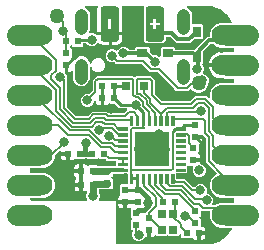
<source format=gbr>
G04 EAGLE Gerber RS-274X export*
G75*
%MOMM*%
%FSLAX34Y34*%
%LPD*%
%INBottom Copper*%
%IPPOS*%
%AMOC8*
5,1,8,0,0,1.08239X$1,22.5*%
G01*
%ADD10C,1.108000*%
%ADD11C,1.778000*%
%ADD12C,1.778000*%
%ADD13R,0.900000X0.800000*%
%ADD14C,1.270000*%
%ADD15R,0.600000X0.600000*%
%ADD16R,0.700000X0.750000*%
%ADD17C,0.125000*%
%ADD18R,0.800000X0.900000*%
%ADD19C,0.067500*%
%ADD20R,3.000000X3.000000*%
%ADD21R,0.800000X0.800000*%
%ADD22C,0.254000*%
%ADD23C,0.800100*%
%ADD24C,0.177800*%
%ADD25C,0.304800*%
%ADD26C,0.406400*%
%ADD27C,0.203200*%
%ADD28C,0.152400*%
%ADD29C,0.165100*%
%ADD30C,0.609600*%

G36*
X50474Y111383D02*
X50474Y111383D01*
X50495Y111381D01*
X50606Y111403D01*
X50717Y111420D01*
X50735Y111429D01*
X50756Y111433D01*
X50795Y111457D01*
X50956Y111535D01*
X51038Y111612D01*
X51082Y111640D01*
X54568Y115126D01*
X67352Y115126D01*
X68682Y113796D01*
X68699Y113784D01*
X68712Y113767D01*
X68806Y113705D01*
X68896Y113638D01*
X68916Y113632D01*
X68933Y113620D01*
X68978Y113610D01*
X69147Y113551D01*
X69260Y113547D01*
X69310Y113536D01*
X81180Y113536D01*
X81200Y113539D01*
X81221Y113537D01*
X81332Y113559D01*
X81442Y113576D01*
X81461Y113585D01*
X81482Y113589D01*
X81520Y113614D01*
X81682Y113692D01*
X81764Y113768D01*
X81808Y113796D01*
X84462Y116450D01*
X84493Y116492D01*
X84530Y116527D01*
X84571Y116598D01*
X84620Y116664D01*
X84637Y116713D01*
X84662Y116758D01*
X84680Y116838D01*
X84707Y116915D01*
X84709Y116967D01*
X84720Y117017D01*
X84713Y117099D01*
X84716Y117181D01*
X84703Y117231D01*
X84698Y117282D01*
X84668Y117358D01*
X84646Y117438D01*
X84619Y117481D01*
X84599Y117529D01*
X84548Y117593D01*
X84504Y117662D01*
X84464Y117695D01*
X84432Y117735D01*
X84363Y117781D01*
X84301Y117834D01*
X84254Y117854D01*
X84211Y117883D01*
X84160Y117894D01*
X84057Y117938D01*
X83878Y117957D01*
X83834Y117967D01*
X77979Y117967D01*
X74493Y121453D01*
X74476Y121466D01*
X74462Y121482D01*
X74369Y121544D01*
X74279Y121611D01*
X74259Y121618D01*
X74241Y121629D01*
X74197Y121639D01*
X74028Y121698D01*
X73915Y121702D01*
X73864Y121713D01*
X70028Y121713D01*
X69912Y121830D01*
X69843Y121881D01*
X69780Y121939D01*
X69736Y121959D01*
X69698Y121988D01*
X69617Y122016D01*
X69539Y122052D01*
X69492Y122059D01*
X69447Y122075D01*
X69361Y122078D01*
X69276Y122090D01*
X69229Y122082D01*
X69181Y122084D01*
X69098Y122061D01*
X69014Y122048D01*
X68971Y122027D01*
X68925Y122014D01*
X68853Y121968D01*
X68776Y121930D01*
X68752Y121904D01*
X68700Y121872D01*
X68552Y121697D01*
X68060Y121205D01*
X67481Y120870D01*
X66835Y120697D01*
X64999Y120697D01*
X64999Y125627D01*
X64984Y125728D01*
X64976Y125831D01*
X64964Y125859D01*
X64959Y125890D01*
X64915Y125982D01*
X64877Y126077D01*
X64857Y126101D01*
X64844Y126129D01*
X64774Y126204D01*
X64748Y126235D01*
X64768Y126251D01*
X64785Y126277D01*
X64807Y126298D01*
X64858Y126387D01*
X64915Y126472D01*
X64921Y126496D01*
X64939Y126529D01*
X64997Y126788D01*
X64994Y126826D01*
X64999Y126849D01*
X64999Y136422D01*
X64984Y136523D01*
X64976Y136626D01*
X64964Y136654D01*
X64959Y136685D01*
X64915Y136777D01*
X64877Y136872D01*
X64857Y136896D01*
X64844Y136924D01*
X64774Y136999D01*
X64709Y137079D01*
X64683Y137096D01*
X64662Y137118D01*
X64573Y137169D01*
X64488Y137226D01*
X64464Y137231D01*
X64432Y137250D01*
X64172Y137308D01*
X64134Y137305D01*
X64111Y137310D01*
X62889Y137310D01*
X62787Y137295D01*
X62685Y137286D01*
X62657Y137275D01*
X62626Y137270D01*
X62534Y137226D01*
X62438Y137187D01*
X62415Y137168D01*
X62387Y137155D01*
X62312Y137084D01*
X62232Y137020D01*
X62215Y136994D01*
X62193Y136973D01*
X62142Y136884D01*
X62085Y136799D01*
X62079Y136775D01*
X62061Y136742D01*
X62003Y136483D01*
X62006Y136445D01*
X62001Y136422D01*
X62001Y126849D01*
X62016Y126748D01*
X62024Y126645D01*
X62036Y126617D01*
X62040Y126586D01*
X62085Y126494D01*
X62123Y126399D01*
X62143Y126375D01*
X62156Y126347D01*
X62226Y126272D01*
X62252Y126241D01*
X62232Y126225D01*
X62215Y126199D01*
X62193Y126178D01*
X62142Y126089D01*
X62085Y126004D01*
X62079Y125980D01*
X62061Y125947D01*
X62003Y125688D01*
X62006Y125650D01*
X62001Y125627D01*
X62001Y120697D01*
X60165Y120697D01*
X59519Y120870D01*
X58940Y121205D01*
X58467Y121678D01*
X58132Y122257D01*
X57959Y122903D01*
X57959Y123091D01*
X57945Y123182D01*
X57940Y123274D01*
X57926Y123313D01*
X57919Y123353D01*
X57879Y123436D01*
X57847Y123523D01*
X57822Y123556D01*
X57804Y123593D01*
X57741Y123660D01*
X57684Y123733D01*
X57650Y123757D01*
X57622Y123787D01*
X57542Y123833D01*
X57467Y123886D01*
X57427Y123899D01*
X57392Y123919D01*
X57302Y123939D01*
X57214Y123967D01*
X57172Y123968D01*
X57132Y123977D01*
X57040Y123969D01*
X56948Y123970D01*
X56908Y123958D01*
X56867Y123955D01*
X56781Y123921D01*
X56693Y123894D01*
X56659Y123871D01*
X56620Y123856D01*
X56549Y123798D01*
X56472Y123747D01*
X56454Y123721D01*
X56414Y123689D01*
X56267Y123467D01*
X56262Y123447D01*
X56250Y123430D01*
X55421Y121427D01*
X53866Y119873D01*
X51836Y119032D01*
X49637Y119032D01*
X47607Y119873D01*
X46052Y121427D01*
X45211Y123458D01*
X45211Y125656D01*
X46052Y127687D01*
X47607Y129241D01*
X49637Y130082D01*
X51836Y130082D01*
X52003Y130013D01*
X52063Y129998D01*
X52120Y129973D01*
X52192Y129966D01*
X52261Y129949D01*
X52323Y129952D01*
X52385Y129946D01*
X52455Y129960D01*
X52527Y129964D01*
X52585Y129986D01*
X52646Y129998D01*
X52686Y130024D01*
X52776Y130057D01*
X52945Y130188D01*
X52971Y130205D01*
X55048Y132282D01*
X55060Y132298D01*
X55076Y132312D01*
X55139Y132405D01*
X55205Y132495D01*
X55212Y132515D01*
X55224Y132533D01*
X55234Y132577D01*
X55293Y132747D01*
X55297Y132859D01*
X55308Y132910D01*
X55308Y141794D01*
X56982Y143468D01*
X57256Y143742D01*
X58930Y145416D01*
X89247Y145416D01*
X90230Y144433D01*
X90312Y144372D01*
X90390Y144306D01*
X90419Y144294D01*
X90443Y144276D01*
X90541Y144242D01*
X90635Y144202D01*
X90665Y144199D01*
X90695Y144188D01*
X90797Y144185D01*
X90899Y144174D01*
X90929Y144180D01*
X90960Y144179D01*
X91059Y144206D01*
X91160Y144226D01*
X91180Y144239D01*
X91217Y144249D01*
X91441Y144392D01*
X91466Y144421D01*
X91486Y144434D01*
X92150Y145098D01*
X104954Y145098D01*
X107824Y142228D01*
X107824Y130220D01*
X107827Y130199D01*
X107825Y130178D01*
X107847Y130068D01*
X107864Y129957D01*
X107873Y129938D01*
X107877Y129918D01*
X107901Y129879D01*
X107979Y129718D01*
X108056Y129636D01*
X108084Y129592D01*
X113590Y124086D01*
X113607Y124073D01*
X113620Y124057D01*
X113714Y123995D01*
X113804Y123928D01*
X113824Y123921D01*
X113841Y123910D01*
X113886Y123900D01*
X114055Y123841D01*
X114168Y123837D01*
X114218Y123826D01*
X136965Y123826D01*
X136985Y123829D01*
X137006Y123827D01*
X137117Y123849D01*
X137227Y123866D01*
X137246Y123875D01*
X137267Y123879D01*
X137305Y123903D01*
X137467Y123981D01*
X137549Y124058D01*
X137593Y124086D01*
X141777Y128271D01*
X151847Y128271D01*
X153169Y126948D01*
X153210Y126918D01*
X153246Y126880D01*
X153317Y126839D01*
X153383Y126791D01*
X153432Y126774D01*
X153476Y126748D01*
X153556Y126730D01*
X153634Y126703D01*
X153686Y126702D01*
X153736Y126690D01*
X153818Y126697D01*
X153900Y126694D01*
X153949Y126708D01*
X154001Y126712D01*
X154077Y126742D01*
X154156Y126764D01*
X154200Y126792D01*
X154248Y126811D01*
X154311Y126863D01*
X154380Y126907D01*
X154414Y126946D01*
X154454Y126979D01*
X154499Y127047D01*
X154552Y127109D01*
X154573Y127157D01*
X154601Y127200D01*
X154613Y127250D01*
X154657Y127354D01*
X154675Y127532D01*
X154685Y127576D01*
X154685Y130977D01*
X156271Y134804D01*
X159201Y137734D01*
X163028Y139320D01*
X174371Y139320D01*
X174473Y139335D01*
X174575Y139343D01*
X174603Y139355D01*
X174634Y139360D01*
X174726Y139404D01*
X174822Y139442D01*
X174845Y139462D01*
X174873Y139475D01*
X174948Y139545D01*
X175028Y139610D01*
X175045Y139636D01*
X175067Y139657D01*
X175118Y139746D01*
X175175Y139831D01*
X175181Y139855D01*
X175199Y139887D01*
X175257Y140147D01*
X175254Y140185D01*
X175259Y140208D01*
X175259Y141986D01*
X175244Y142088D01*
X175236Y142190D01*
X175224Y142218D01*
X175219Y142249D01*
X175175Y142341D01*
X175137Y142437D01*
X175117Y142460D01*
X175104Y142488D01*
X175034Y142563D01*
X174969Y142643D01*
X174943Y142660D01*
X174922Y142682D01*
X174833Y142733D01*
X174748Y142790D01*
X174724Y142796D01*
X174692Y142814D01*
X174432Y142872D01*
X174394Y142869D01*
X174371Y142874D01*
X168010Y142874D01*
X167144Y143012D01*
X166878Y143013D01*
X166871Y143011D01*
X166866Y143012D01*
X166571Y142965D01*
X166540Y142998D01*
X166310Y143130D01*
X166280Y143136D01*
X166263Y143146D01*
X164486Y143724D01*
X164378Y143741D01*
X164272Y143765D01*
X164247Y143763D01*
X164223Y143767D01*
X164116Y143752D01*
X164007Y143743D01*
X163984Y143734D01*
X163960Y143731D01*
X163862Y143685D01*
X163760Y143644D01*
X163741Y143629D01*
X163719Y143618D01*
X163639Y143545D01*
X163554Y143477D01*
X163540Y143456D01*
X163522Y143440D01*
X163467Y143346D01*
X163407Y143256D01*
X163402Y143237D01*
X163387Y143211D01*
X163340Y143011D01*
X162423Y143156D01*
X160712Y143712D01*
X159109Y144529D01*
X157653Y145586D01*
X156381Y146858D01*
X155324Y148314D01*
X154507Y149917D01*
X153951Y151628D01*
X153808Y152528D01*
X164211Y152528D01*
X164312Y152543D01*
X164415Y152551D01*
X164443Y152563D01*
X164474Y152568D01*
X164566Y152612D01*
X164661Y152650D01*
X164685Y152670D01*
X164713Y152683D01*
X164788Y152753D01*
X164868Y152818D01*
X164885Y152844D01*
X164907Y152865D01*
X164958Y152954D01*
X165015Y153039D01*
X165020Y153063D01*
X165039Y153095D01*
X165097Y153355D01*
X165094Y153393D01*
X165099Y153416D01*
X165099Y155194D01*
X165084Y155295D01*
X165075Y155398D01*
X165064Y155426D01*
X165059Y155457D01*
X165015Y155549D01*
X164976Y155644D01*
X164957Y155668D01*
X164944Y155696D01*
X164874Y155771D01*
X164809Y155851D01*
X164783Y155868D01*
X164762Y155890D01*
X164673Y155941D01*
X164588Y155998D01*
X164564Y156004D01*
X164531Y156022D01*
X164272Y156080D01*
X164234Y156077D01*
X164211Y156082D01*
X153808Y156082D01*
X153951Y156982D01*
X154507Y158693D01*
X155324Y160296D01*
X156381Y161752D01*
X157653Y163024D01*
X159109Y164081D01*
X160712Y164898D01*
X162423Y165454D01*
X163341Y165600D01*
X163349Y165515D01*
X163359Y165493D01*
X163363Y165468D01*
X163410Y165371D01*
X163452Y165270D01*
X163468Y165251D01*
X163478Y165229D01*
X163552Y165150D01*
X163622Y165066D01*
X163643Y165053D01*
X163660Y165035D01*
X163754Y164981D01*
X163845Y164922D01*
X163869Y164915D01*
X163890Y164903D01*
X163997Y164879D01*
X164101Y164850D01*
X164120Y164852D01*
X164150Y164845D01*
X164415Y164867D01*
X164457Y164884D01*
X164486Y164886D01*
X166263Y165464D01*
X166350Y165507D01*
X166439Y165543D01*
X166468Y165567D01*
X166501Y165583D01*
X166567Y165646D01*
X166866Y165598D01*
X167132Y165597D01*
X167139Y165599D01*
X167144Y165598D01*
X168010Y165736D01*
X174371Y165736D01*
X174473Y165751D01*
X174575Y165759D01*
X174603Y165771D01*
X174634Y165776D01*
X174726Y165820D01*
X174822Y165858D01*
X174845Y165878D01*
X174873Y165891D01*
X174948Y165961D01*
X175028Y166026D01*
X175045Y166052D01*
X175067Y166073D01*
X175118Y166162D01*
X175175Y166247D01*
X175181Y166271D01*
X175199Y166303D01*
X175257Y166563D01*
X175254Y166601D01*
X175259Y166624D01*
X175259Y168402D01*
X175244Y168504D01*
X175236Y168606D01*
X175224Y168634D01*
X175219Y168665D01*
X175175Y168757D01*
X175137Y168853D01*
X175117Y168876D01*
X175104Y168904D01*
X175034Y168979D01*
X174969Y169059D01*
X174943Y169076D01*
X174922Y169098D01*
X174833Y169149D01*
X174748Y169206D01*
X174724Y169212D01*
X174692Y169230D01*
X174432Y169288D01*
X174394Y169285D01*
X174371Y169290D01*
X163028Y169290D01*
X159201Y170876D01*
X158125Y171951D01*
X158108Y171964D01*
X158095Y171980D01*
X158002Y172042D01*
X157911Y172109D01*
X157891Y172116D01*
X157874Y172127D01*
X157829Y172137D01*
X157660Y172196D01*
X157547Y172200D01*
X157497Y172211D01*
X155428Y172211D01*
X155407Y172208D01*
X155386Y172210D01*
X155276Y172188D01*
X155165Y172171D01*
X155146Y172162D01*
X155125Y172158D01*
X155087Y172134D01*
X154926Y172056D01*
X154843Y171979D01*
X154800Y171951D01*
X149041Y166192D01*
X149028Y166175D01*
X149012Y166162D01*
X148950Y166069D01*
X148883Y165978D01*
X148876Y165959D01*
X148865Y165941D01*
X148855Y165897D01*
X148796Y165727D01*
X148792Y165615D01*
X148781Y165564D01*
X148781Y156253D01*
X148234Y155706D01*
X148173Y155624D01*
X148106Y155546D01*
X148094Y155517D01*
X148076Y155492D01*
X148042Y155395D01*
X148002Y155301D01*
X147999Y155270D01*
X147989Y155241D01*
X147985Y155139D01*
X147975Y155037D01*
X147981Y155006D01*
X147980Y154976D01*
X148007Y154877D01*
X148027Y154776D01*
X148039Y154756D01*
X148049Y154719D01*
X148192Y154495D01*
X148221Y154470D01*
X148234Y154450D01*
X148484Y154200D01*
X149325Y152170D01*
X149325Y149972D01*
X148635Y148306D01*
X148610Y148207D01*
X148579Y148109D01*
X148578Y148078D01*
X148571Y148048D01*
X148577Y147946D01*
X148576Y147843D01*
X148585Y147814D01*
X148586Y147783D01*
X148622Y147687D01*
X148652Y147588D01*
X148669Y147563D01*
X148680Y147534D01*
X148743Y147453D01*
X148800Y147367D01*
X148819Y147354D01*
X148842Y147324D01*
X149060Y147171D01*
X149096Y147159D01*
X149116Y147146D01*
X151184Y146289D01*
X152738Y144735D01*
X153579Y142704D01*
X153579Y140506D01*
X152976Y139051D01*
X152913Y138792D01*
X152915Y138741D01*
X152909Y138711D01*
X152909Y137499D01*
X151710Y134604D01*
X149495Y132389D01*
X146600Y131190D01*
X143468Y131190D01*
X140573Y132389D01*
X138866Y134097D01*
X138783Y134158D01*
X138705Y134224D01*
X138676Y134236D01*
X138652Y134255D01*
X138555Y134288D01*
X138460Y134329D01*
X138430Y134332D01*
X138401Y134342D01*
X138298Y134345D01*
X138196Y134356D01*
X138166Y134350D01*
X138135Y134351D01*
X138036Y134324D01*
X137935Y134304D01*
X137915Y134291D01*
X137878Y134281D01*
X137654Y134139D01*
X137630Y134110D01*
X137609Y134097D01*
X136354Y132841D01*
X126296Y132841D01*
X124622Y134515D01*
X110858Y148279D01*
X110842Y148291D01*
X110828Y148307D01*
X110735Y148370D01*
X110644Y148436D01*
X110625Y148443D01*
X110607Y148455D01*
X110563Y148465D01*
X110393Y148524D01*
X110281Y148528D01*
X110230Y148539D01*
X103902Y148539D01*
X97431Y155010D01*
X97414Y155022D01*
X97401Y155038D01*
X97308Y155101D01*
X97217Y155167D01*
X97198Y155174D01*
X97180Y155186D01*
X97136Y155196D01*
X96966Y155255D01*
X96854Y155259D01*
X96803Y155270D01*
X75327Y155270D01*
X73990Y156607D01*
X73940Y156644D01*
X73896Y156688D01*
X73834Y156722D01*
X73776Y156765D01*
X73717Y156785D01*
X73663Y156815D01*
X73592Y156829D01*
X73525Y156852D01*
X73463Y156854D01*
X73402Y156866D01*
X73355Y156858D01*
X73259Y156861D01*
X73052Y156805D01*
X73022Y156800D01*
X72854Y156730D01*
X70656Y156730D01*
X68625Y157571D01*
X67071Y159126D01*
X66230Y161156D01*
X66230Y163355D01*
X67071Y165385D01*
X68625Y166940D01*
X70656Y167781D01*
X72854Y167781D01*
X74885Y166940D01*
X74963Y166861D01*
X74971Y166855D01*
X74978Y166847D01*
X75078Y166777D01*
X75177Y166704D01*
X75187Y166700D01*
X75195Y166694D01*
X75312Y166657D01*
X75428Y166616D01*
X75438Y166616D01*
X75448Y166613D01*
X75571Y166611D01*
X75694Y166607D01*
X75704Y166610D01*
X75714Y166610D01*
X75832Y166645D01*
X75950Y166677D01*
X75959Y166683D01*
X75969Y166686D01*
X76071Y166754D01*
X76174Y166820D01*
X76181Y166828D01*
X76190Y166834D01*
X76208Y166859D01*
X76346Y167022D01*
X76384Y167110D01*
X76412Y167150D01*
X76596Y167595D01*
X78150Y169149D01*
X80181Y169990D01*
X82379Y169990D01*
X84410Y169149D01*
X85912Y167647D01*
X85929Y167634D01*
X85942Y167618D01*
X86036Y167556D01*
X86126Y167489D01*
X86146Y167482D01*
X86163Y167471D01*
X86208Y167461D01*
X86377Y167402D01*
X86490Y167398D01*
X86540Y167387D01*
X90591Y167387D01*
X90693Y167402D01*
X90795Y167410D01*
X90823Y167422D01*
X90854Y167427D01*
X90946Y167471D01*
X91042Y167509D01*
X91065Y167529D01*
X91093Y167542D01*
X91168Y167612D01*
X91248Y167677D01*
X91265Y167703D01*
X91287Y167724D01*
X91338Y167813D01*
X91395Y167898D01*
X91401Y167922D01*
X91419Y167954D01*
X91477Y168214D01*
X91474Y168252D01*
X91479Y168275D01*
X91479Y168970D01*
X92372Y169863D01*
X102636Y169863D01*
X103529Y168970D01*
X103529Y166302D01*
X103532Y166281D01*
X103530Y166260D01*
X103552Y166150D01*
X103569Y166039D01*
X103578Y166020D01*
X103582Y166000D01*
X103606Y165961D01*
X103684Y165800D01*
X103761Y165717D01*
X103789Y165674D01*
X106274Y163188D01*
X106291Y163176D01*
X106304Y163160D01*
X106398Y163097D01*
X106488Y163031D01*
X106508Y163024D01*
X106526Y163012D01*
X106570Y163002D01*
X106739Y162943D01*
X106852Y162940D01*
X106902Y162928D01*
X108847Y162928D01*
X110878Y162087D01*
X111363Y161602D01*
X111404Y161572D01*
X111440Y161534D01*
X111511Y161493D01*
X111577Y161444D01*
X111626Y161427D01*
X111670Y161402D01*
X111750Y161384D01*
X111828Y161357D01*
X111880Y161355D01*
X111930Y161344D01*
X112012Y161351D01*
X112094Y161348D01*
X112143Y161361D01*
X112195Y161366D01*
X112271Y161396D01*
X112350Y161418D01*
X112394Y161445D01*
X112442Y161465D01*
X112505Y161516D01*
X112574Y161560D01*
X112608Y161600D01*
X112648Y161632D01*
X112693Y161701D01*
X112746Y161763D01*
X112767Y161810D01*
X112795Y161853D01*
X112807Y161904D01*
X112851Y162007D01*
X112869Y162186D01*
X112879Y162230D01*
X112879Y168970D01*
X113772Y169863D01*
X124036Y169863D01*
X124929Y168970D01*
X124929Y168275D01*
X124944Y168173D01*
X124952Y168071D01*
X124964Y168043D01*
X124969Y168012D01*
X125013Y167920D01*
X125051Y167824D01*
X125071Y167801D01*
X125084Y167773D01*
X125154Y167698D01*
X125219Y167618D01*
X125245Y167601D01*
X125266Y167579D01*
X125355Y167528D01*
X125440Y167471D01*
X125464Y167465D01*
X125496Y167447D01*
X125756Y167389D01*
X125794Y167392D01*
X125817Y167387D01*
X138234Y167387D01*
X138255Y167390D01*
X138276Y167388D01*
X138386Y167410D01*
X141267Y167410D01*
X141288Y167413D01*
X141309Y167411D01*
X141419Y167433D01*
X141530Y167450D01*
X141549Y167459D01*
X141570Y167463D01*
X141608Y167487D01*
X141769Y167565D01*
X141852Y167642D01*
X141895Y167670D01*
X152534Y178309D01*
X153797Y178309D01*
X153899Y178324D01*
X154001Y178332D01*
X154029Y178344D01*
X154060Y178349D01*
X154152Y178393D01*
X154248Y178431D01*
X154271Y178451D01*
X154299Y178464D01*
X154374Y178534D01*
X154454Y178599D01*
X154471Y178625D01*
X154493Y178646D01*
X154544Y178735D01*
X154601Y178820D01*
X154607Y178844D01*
X154625Y178876D01*
X154683Y179136D01*
X154680Y179174D01*
X154685Y179197D01*
X154685Y181777D01*
X156271Y185604D01*
X159201Y188534D01*
X163028Y190120D01*
X172164Y190120D01*
X172271Y190136D01*
X172379Y190146D01*
X172402Y190156D01*
X172427Y190160D01*
X172524Y190207D01*
X172625Y190249D01*
X172644Y190265D01*
X172666Y190275D01*
X172746Y190350D01*
X172829Y190419D01*
X172842Y190440D01*
X172860Y190457D01*
X172914Y190551D01*
X172973Y190642D01*
X172980Y190666D01*
X172992Y190687D01*
X173016Y190793D01*
X173045Y190898D01*
X173043Y190917D01*
X173050Y190947D01*
X173028Y191212D01*
X173011Y191254D01*
X173008Y191282D01*
X172821Y191859D01*
X172702Y192097D01*
X172697Y192102D01*
X172695Y192107D01*
X168654Y197668D01*
X168468Y197857D01*
X168461Y197861D01*
X168458Y197864D01*
X162897Y201905D01*
X162661Y202027D01*
X162653Y202029D01*
X162649Y202031D01*
X156111Y204155D01*
X155955Y204181D01*
X155907Y204196D01*
X152470Y204467D01*
X152426Y204463D01*
X152400Y204469D01*
X136294Y204469D01*
X136203Y204455D01*
X136110Y204450D01*
X136072Y204436D01*
X136031Y204429D01*
X135948Y204389D01*
X135862Y204357D01*
X135829Y204332D01*
X135792Y204314D01*
X135724Y204251D01*
X135651Y204194D01*
X135628Y204160D01*
X135598Y204132D01*
X135552Y204052D01*
X135499Y203977D01*
X135486Y203937D01*
X135466Y203902D01*
X135446Y203812D01*
X135417Y203723D01*
X135417Y203682D01*
X135408Y203642D01*
X135415Y203550D01*
X135414Y203458D01*
X135426Y203418D01*
X135429Y203377D01*
X135464Y203291D01*
X135490Y203203D01*
X135513Y203169D01*
X135528Y203130D01*
X135587Y203059D01*
X135638Y202982D01*
X135663Y202964D01*
X135696Y202924D01*
X135917Y202777D01*
X135937Y202772D01*
X135954Y202760D01*
X136102Y202699D01*
X138089Y200712D01*
X139165Y198115D01*
X139165Y189698D01*
X139180Y189596D01*
X139188Y189494D01*
X139200Y189466D01*
X139205Y189435D01*
X139249Y189343D01*
X139287Y189247D01*
X139307Y189224D01*
X139320Y189196D01*
X139390Y189121D01*
X139455Y189041D01*
X139481Y189024D01*
X139502Y189002D01*
X139591Y188951D01*
X139676Y188894D01*
X139700Y188888D01*
X139732Y188870D01*
X139992Y188812D01*
X140030Y188815D01*
X140053Y188810D01*
X147888Y188810D01*
X148781Y187917D01*
X148781Y177653D01*
X147888Y176760D01*
X141911Y176760D01*
X141890Y176757D01*
X141869Y176759D01*
X141759Y176737D01*
X141648Y176720D01*
X141629Y176711D01*
X141608Y176707D01*
X141570Y176683D01*
X141409Y176605D01*
X141326Y176528D01*
X141283Y176500D01*
X138264Y173481D01*
X125857Y173481D01*
X121417Y177921D01*
X121400Y177934D01*
X121387Y177950D01*
X121294Y178012D01*
X121203Y178079D01*
X121184Y178086D01*
X121166Y178097D01*
X121122Y178107D01*
X120952Y178166D01*
X120840Y178170D01*
X120789Y178181D01*
X118342Y178181D01*
X118298Y178175D01*
X118253Y178177D01*
X118167Y178155D01*
X118079Y178141D01*
X118039Y178122D01*
X117995Y178111D01*
X117920Y178064D01*
X117840Y178026D01*
X117807Y177995D01*
X117769Y177972D01*
X117711Y177905D01*
X117646Y177844D01*
X117623Y177805D01*
X117594Y177772D01*
X117576Y177722D01*
X117514Y177614D01*
X117479Y177456D01*
X117462Y177409D01*
X117369Y176706D01*
X117370Y176668D01*
X117362Y176630D01*
X117371Y176578D01*
X117374Y176440D01*
X117420Y176301D01*
X117429Y176250D01*
X117445Y176212D01*
X117423Y176161D01*
X117364Y175922D01*
X117348Y175904D01*
X117338Y175877D01*
X117310Y175839D01*
X117223Y175588D01*
X117222Y175559D01*
X117216Y175541D01*
X117188Y175328D01*
X117188Y175312D01*
X117186Y175303D01*
X117189Y175270D01*
X117190Y175182D01*
X117116Y175105D01*
X117084Y175078D01*
X116918Y174862D01*
X116826Y174695D01*
X116802Y174661D01*
X116697Y174408D01*
X116662Y174267D01*
X116582Y174218D01*
X116541Y174198D01*
X116539Y174197D01*
X116533Y174194D01*
X116316Y174028D01*
X116184Y173891D01*
X116152Y173864D01*
X115986Y173647D01*
X115915Y173519D01*
X115813Y173490D01*
X115772Y173483D01*
X115519Y173378D01*
X115412Y173313D01*
X115405Y173310D01*
X115403Y173308D01*
X115356Y173280D01*
X115318Y173262D01*
X115102Y173096D01*
X115001Y172991D01*
X114893Y172989D01*
X114851Y172992D01*
X114639Y172964D01*
X114547Y172938D01*
X114453Y172919D01*
X114428Y172904D01*
X114384Y172891D01*
X114260Y172809D01*
X114096Y172784D01*
X114050Y172762D01*
X114019Y172757D01*
X113968Y172735D01*
X113930Y172751D01*
X113893Y172760D01*
X113859Y172777D01*
X113806Y172782D01*
X113672Y172815D01*
X113526Y172806D01*
X113474Y172811D01*
X112888Y172734D01*
X112878Y172740D01*
X112850Y172747D01*
X112810Y172769D01*
X112549Y172823D01*
X112520Y172820D01*
X112502Y172824D01*
X103398Y172824D01*
X103304Y172810D01*
X103208Y172804D01*
X103182Y172791D01*
X103136Y172784D01*
X103027Y172732D01*
X102426Y172811D01*
X102388Y172810D01*
X102350Y172818D01*
X102298Y172809D01*
X102160Y172806D01*
X102022Y172760D01*
X101970Y172751D01*
X101932Y172735D01*
X101881Y172757D01*
X101642Y172816D01*
X101624Y172832D01*
X101597Y172842D01*
X101559Y172870D01*
X101308Y172957D01*
X101279Y172958D01*
X101261Y172964D01*
X101048Y172992D01*
X100902Y172990D01*
X100825Y173064D01*
X100798Y173096D01*
X100582Y173262D01*
X100415Y173354D01*
X100381Y173378D01*
X100128Y173483D01*
X99987Y173518D01*
X99932Y173609D01*
X99914Y173647D01*
X99748Y173864D01*
X99611Y173996D01*
X99584Y174028D01*
X99367Y174194D01*
X99256Y174255D01*
X99239Y174267D01*
X99210Y174367D01*
X99203Y174408D01*
X99098Y174661D01*
X99030Y174774D01*
X99018Y174805D01*
X98997Y174830D01*
X98982Y174862D01*
X98816Y175078D01*
X98713Y175177D01*
X98714Y175181D01*
X98710Y175232D01*
X98709Y175287D01*
X98712Y175329D01*
X98684Y175541D01*
X98658Y175633D01*
X98639Y175727D01*
X98624Y175752D01*
X98611Y175796D01*
X98529Y175920D01*
X98504Y176084D01*
X98482Y176130D01*
X98477Y176161D01*
X98455Y176212D01*
X98471Y176250D01*
X98480Y176287D01*
X98497Y176321D01*
X98502Y176374D01*
X98535Y176508D01*
X98526Y176654D01*
X98531Y176706D01*
X98454Y177292D01*
X98460Y177302D01*
X98467Y177330D01*
X98489Y177370D01*
X98543Y177631D01*
X98540Y177660D01*
X98544Y177678D01*
X98544Y200782D01*
X98530Y200876D01*
X98524Y200972D01*
X98511Y200998D01*
X98504Y201044D01*
X98452Y201153D01*
X98531Y201754D01*
X98530Y201792D01*
X98538Y201830D01*
X98529Y201882D01*
X98526Y202020D01*
X98508Y202073D01*
X98507Y202094D01*
X98480Y202161D01*
X98471Y202210D01*
X98455Y202248D01*
X98477Y202299D01*
X98536Y202538D01*
X98552Y202556D01*
X98562Y202583D01*
X98590Y202621D01*
X98677Y202872D01*
X98678Y202901D01*
X98684Y202919D01*
X98712Y203131D01*
X98709Y203322D01*
X98712Y203363D01*
X98708Y203397D01*
X98735Y203520D01*
X98735Y203527D01*
X98736Y203533D01*
X98724Y203659D01*
X98714Y203785D01*
X98711Y203791D01*
X98711Y203798D01*
X98662Y203913D01*
X98615Y204032D01*
X98610Y204037D01*
X98608Y204043D01*
X98528Y204139D01*
X98447Y204238D01*
X98441Y204242D01*
X98437Y204247D01*
X98332Y204315D01*
X98226Y204385D01*
X98221Y204387D01*
X98214Y204391D01*
X97958Y204463D01*
X97888Y204461D01*
X97849Y204469D01*
X80887Y204469D01*
X80818Y204459D01*
X80749Y204459D01*
X80688Y204439D01*
X80624Y204429D01*
X80562Y204399D01*
X80496Y204379D01*
X80443Y204342D01*
X80385Y204314D01*
X80334Y204266D01*
X80277Y204227D01*
X80238Y204176D01*
X80190Y204132D01*
X80156Y204072D01*
X80113Y204018D01*
X80090Y203957D01*
X80059Y203902D01*
X80043Y203834D01*
X80019Y203769D01*
X80019Y203724D01*
X80001Y203642D01*
X80021Y203396D01*
X80021Y203383D01*
X80272Y202285D01*
X80272Y182479D01*
X77730Y182479D01*
X77730Y201730D01*
X77725Y201751D01*
X77727Y201780D01*
X77659Y202297D01*
X77645Y202333D01*
X77633Y202393D01*
X77433Y202876D01*
X77411Y202906D01*
X77384Y202961D01*
X77066Y203376D01*
X77037Y203400D01*
X76996Y203446D01*
X76581Y203764D01*
X76547Y203779D01*
X76496Y203813D01*
X76013Y204013D01*
X75976Y204019D01*
X75917Y204039D01*
X75400Y204107D01*
X75378Y204105D01*
X75350Y204110D01*
X64350Y204110D01*
X64329Y204105D01*
X64300Y204107D01*
X63783Y204039D01*
X63747Y204025D01*
X63687Y204013D01*
X63205Y203813D01*
X63174Y203791D01*
X63119Y203764D01*
X62704Y203446D01*
X62680Y203417D01*
X62634Y203376D01*
X62422Y203099D01*
X62316Y202961D01*
X62301Y202927D01*
X62267Y202876D01*
X62067Y202393D01*
X62061Y202356D01*
X62041Y202297D01*
X61973Y201780D01*
X61975Y201758D01*
X61970Y201730D01*
X61970Y189730D01*
X61981Y189680D01*
X61983Y189629D01*
X62001Y189597D01*
X62009Y189561D01*
X62042Y189522D01*
X62066Y189477D01*
X62067Y189476D01*
X62048Y189461D01*
X62027Y189414D01*
X61997Y189372D01*
X61989Y189330D01*
X61977Y189302D01*
X61978Y189272D01*
X61970Y189230D01*
X61970Y182479D01*
X59428Y182479D01*
X59428Y202285D01*
X59679Y203383D01*
X59684Y203452D01*
X59699Y203520D01*
X59694Y203584D01*
X59699Y203648D01*
X59683Y203716D01*
X59678Y203785D01*
X59654Y203845D01*
X59639Y203907D01*
X59604Y203967D01*
X59579Y204032D01*
X59538Y204082D01*
X59506Y204137D01*
X59455Y204184D01*
X59411Y204238D01*
X59357Y204274D01*
X59310Y204317D01*
X59248Y204347D01*
X59190Y204385D01*
X59146Y204395D01*
X59070Y204431D01*
X58825Y204467D01*
X58813Y204469D01*
X49894Y204469D01*
X49803Y204455D01*
X49710Y204450D01*
X49672Y204436D01*
X49631Y204429D01*
X49548Y204389D01*
X49461Y204357D01*
X49429Y204332D01*
X49392Y204314D01*
X49324Y204251D01*
X49251Y204194D01*
X49228Y204160D01*
X49198Y204132D01*
X49152Y204052D01*
X49099Y203977D01*
X49086Y203937D01*
X49066Y203902D01*
X49046Y203811D01*
X49017Y203723D01*
X49017Y203682D01*
X49008Y203642D01*
X49015Y203550D01*
X49014Y203458D01*
X49026Y203418D01*
X49029Y203377D01*
X49064Y203291D01*
X49090Y203203D01*
X49113Y203169D01*
X49128Y203130D01*
X49187Y203059D01*
X49238Y202982D01*
X49263Y202964D01*
X49296Y202924D01*
X49517Y202777D01*
X49537Y202772D01*
X49554Y202760D01*
X49702Y202699D01*
X51689Y200712D01*
X52765Y198115D01*
X52765Y184225D01*
X52029Y182447D01*
X52016Y182397D01*
X51995Y182350D01*
X51984Y182269D01*
X51965Y182189D01*
X51968Y182138D01*
X51961Y182087D01*
X51975Y182006D01*
X51980Y181924D01*
X51998Y181876D01*
X52007Y181825D01*
X52045Y181752D01*
X52073Y181675D01*
X52105Y181634D01*
X52128Y181588D01*
X52186Y181530D01*
X52236Y181465D01*
X52278Y181435D01*
X52314Y181398D01*
X52386Y181359D01*
X52454Y181312D01*
X52503Y181296D01*
X52548Y181272D01*
X52629Y181256D01*
X52707Y181231D01*
X52758Y181230D01*
X52809Y181220D01*
X52860Y181229D01*
X52972Y181228D01*
X53144Y181279D01*
X53189Y181287D01*
X53511Y181420D01*
X55709Y181420D01*
X57740Y180579D01*
X58078Y180241D01*
X58095Y180228D01*
X58108Y180212D01*
X58202Y180150D01*
X58292Y180083D01*
X58312Y180076D01*
X58329Y180065D01*
X58374Y180055D01*
X58543Y179996D01*
X58656Y179992D01*
X58706Y179981D01*
X61970Y179981D01*
X61970Y176730D01*
X61975Y176709D01*
X61973Y176680D01*
X62041Y176163D01*
X62055Y176127D01*
X62067Y176067D01*
X62267Y175585D01*
X62289Y175554D01*
X62316Y175499D01*
X62634Y175084D01*
X62663Y175060D01*
X62704Y175014D01*
X63119Y174696D01*
X63153Y174681D01*
X63205Y174647D01*
X63687Y174447D01*
X63724Y174441D01*
X63783Y174421D01*
X64300Y174353D01*
X64322Y174355D01*
X64350Y174350D01*
X69101Y174350D01*
X69101Y171808D01*
X63795Y171808D01*
X62714Y172055D01*
X61715Y172536D01*
X60818Y173251D01*
X60809Y173264D01*
X60749Y173306D01*
X60695Y173355D01*
X60641Y173381D01*
X60591Y173416D01*
X60522Y173439D01*
X60456Y173470D01*
X60396Y173479D01*
X60338Y173498D01*
X60265Y173498D01*
X60193Y173509D01*
X60133Y173500D01*
X60072Y173501D01*
X60002Y173480D01*
X59930Y173468D01*
X59876Y173442D01*
X59818Y173425D01*
X59757Y173384D01*
X59691Y173352D01*
X59647Y173310D01*
X59597Y173277D01*
X59569Y173237D01*
X59497Y173170D01*
X59395Y172989D01*
X59375Y172961D01*
X59294Y172765D01*
X57740Y171211D01*
X55709Y170370D01*
X53511Y170370D01*
X51480Y171211D01*
X49851Y172840D01*
X49834Y172853D01*
X49821Y172869D01*
X49727Y172931D01*
X49637Y172998D01*
X49617Y173005D01*
X49600Y173016D01*
X49555Y173026D01*
X49386Y173085D01*
X49273Y173089D01*
X49223Y173100D01*
X47958Y173100D01*
X47856Y173085D01*
X47754Y173077D01*
X47726Y173065D01*
X47695Y173060D01*
X47603Y173016D01*
X47507Y172978D01*
X47484Y172958D01*
X47456Y172945D01*
X47381Y172875D01*
X47301Y172810D01*
X47284Y172784D01*
X47262Y172763D01*
X47211Y172674D01*
X47154Y172589D01*
X47148Y172565D01*
X47130Y172533D01*
X47072Y172273D01*
X47075Y172235D01*
X47070Y172212D01*
X47070Y170993D01*
X46177Y170100D01*
X38913Y170100D01*
X38093Y170921D01*
X38010Y170982D01*
X37932Y171048D01*
X37904Y171060D01*
X37879Y171078D01*
X37782Y171112D01*
X37688Y171152D01*
X37657Y171156D01*
X37628Y171166D01*
X37526Y171169D01*
X37423Y171180D01*
X37393Y171174D01*
X37362Y171175D01*
X37263Y171148D01*
X37163Y171128D01*
X37143Y171115D01*
X37106Y171105D01*
X36882Y170962D01*
X36857Y170933D01*
X36837Y170921D01*
X36407Y170491D01*
X36346Y170408D01*
X36280Y170330D01*
X36267Y170301D01*
X36249Y170277D01*
X36215Y170180D01*
X36175Y170085D01*
X36172Y170055D01*
X36162Y170026D01*
X36158Y169923D01*
X36148Y169821D01*
X36154Y169791D01*
X36153Y169760D01*
X36180Y169661D01*
X36200Y169560D01*
X36213Y169540D01*
X36223Y169503D01*
X36365Y169279D01*
X36394Y169255D01*
X36407Y169234D01*
X37545Y168097D01*
X37545Y160833D01*
X37428Y160717D01*
X37377Y160648D01*
X37319Y160585D01*
X37299Y160541D01*
X37270Y160503D01*
X37242Y160422D01*
X37206Y160344D01*
X37199Y160297D01*
X37183Y160252D01*
X37180Y160166D01*
X37168Y160081D01*
X37176Y160034D01*
X37174Y159986D01*
X37197Y159903D01*
X37210Y159819D01*
X37231Y159776D01*
X37244Y159730D01*
X37290Y159658D01*
X37328Y159581D01*
X37354Y159557D01*
X37386Y159505D01*
X37561Y159357D01*
X38053Y158865D01*
X38106Y158773D01*
X38185Y158674D01*
X38263Y158574D01*
X38268Y158570D01*
X38272Y158565D01*
X38378Y158493D01*
X38480Y158421D01*
X38486Y158419D01*
X38492Y158416D01*
X38613Y158379D01*
X38733Y158340D01*
X38740Y158340D01*
X38746Y158338D01*
X38873Y158338D01*
X38999Y158337D01*
X39005Y158339D01*
X39012Y158339D01*
X39133Y158377D01*
X39254Y158413D01*
X39259Y158417D01*
X39266Y158419D01*
X39370Y158491D01*
X39475Y158561D01*
X39478Y158565D01*
X39484Y158570D01*
X39649Y158779D01*
X39674Y158844D01*
X39696Y158877D01*
X39711Y158912D01*
X41698Y160899D01*
X44295Y161975D01*
X47105Y161975D01*
X49702Y160899D01*
X51689Y158912D01*
X52831Y156156D01*
X52857Y156112D01*
X52875Y156063D01*
X52926Y155999D01*
X52968Y155928D01*
X53007Y155894D01*
X53038Y155853D01*
X53105Y155806D01*
X53167Y155752D01*
X53213Y155730D01*
X53256Y155701D01*
X53334Y155675D01*
X53408Y155642D01*
X53460Y155635D01*
X53509Y155619D01*
X53591Y155618D01*
X53672Y155608D01*
X53723Y155617D01*
X53775Y155616D01*
X53853Y155640D01*
X53934Y155654D01*
X53980Y155677D01*
X54029Y155692D01*
X54098Y155738D01*
X54170Y155775D01*
X54207Y155811D01*
X54250Y155840D01*
X54280Y155882D01*
X54361Y155961D01*
X54446Y156119D01*
X54472Y156156D01*
X55091Y157650D01*
X56720Y159279D01*
X58848Y160161D01*
X61152Y160161D01*
X63280Y159279D01*
X64909Y157650D01*
X65791Y155522D01*
X65791Y153218D01*
X64909Y151090D01*
X63280Y149461D01*
X61152Y148579D01*
X58848Y148579D01*
X56720Y149461D01*
X55091Y151090D01*
X54474Y152580D01*
X54426Y152659D01*
X54386Y152742D01*
X54358Y152772D01*
X54336Y152808D01*
X54267Y152869D01*
X54204Y152937D01*
X54169Y152957D01*
X54138Y152984D01*
X54054Y153023D01*
X53974Y153068D01*
X53933Y153077D01*
X53896Y153094D01*
X53804Y153106D01*
X53714Y153126D01*
X53673Y153123D01*
X53632Y153128D01*
X53541Y153112D01*
X53449Y153105D01*
X53411Y153089D01*
X53370Y153082D01*
X53288Y153040D01*
X53202Y153006D01*
X53170Y152980D01*
X53134Y152961D01*
X53068Y152896D01*
X52996Y152838D01*
X52973Y152804D01*
X52944Y152775D01*
X52900Y152694D01*
X52849Y152617D01*
X52842Y152586D01*
X52817Y152541D01*
X52766Y152280D01*
X52769Y152260D01*
X52765Y152240D01*
X52765Y142425D01*
X51689Y139828D01*
X49702Y137841D01*
X47105Y136765D01*
X44295Y136765D01*
X41698Y137841D01*
X39711Y139828D01*
X38635Y142425D01*
X38635Y148343D01*
X38625Y148411D01*
X38625Y148479D01*
X38605Y148541D01*
X38595Y148605D01*
X38566Y148667D01*
X38545Y148733D01*
X38508Y148786D01*
X38480Y148845D01*
X38433Y148895D01*
X38394Y148952D01*
X38343Y148992D01*
X38298Y149039D01*
X38239Y149073D01*
X38185Y149116D01*
X38124Y149139D01*
X38068Y149171D01*
X38001Y149186D01*
X37936Y149211D01*
X37872Y149215D01*
X37808Y149229D01*
X37740Y149223D01*
X37671Y149228D01*
X37628Y149214D01*
X37543Y149207D01*
X37316Y149116D01*
X37303Y149112D01*
X37001Y148937D01*
X36355Y148764D01*
X34519Y148764D01*
X34519Y153694D01*
X34504Y153795D01*
X34496Y153898D01*
X34484Y153926D01*
X34479Y153957D01*
X34435Y154049D01*
X34397Y154144D01*
X34377Y154168D01*
X34364Y154196D01*
X34294Y154271D01*
X34229Y154351D01*
X34203Y154368D01*
X34182Y154390D01*
X34093Y154441D01*
X34008Y154498D01*
X33984Y154503D01*
X33952Y154522D01*
X33692Y154580D01*
X33654Y154577D01*
X33631Y154582D01*
X32409Y154582D01*
X32307Y154567D01*
X32205Y154558D01*
X32177Y154547D01*
X32146Y154542D01*
X32054Y154498D01*
X31958Y154459D01*
X31935Y154440D01*
X31907Y154427D01*
X31832Y154356D01*
X31752Y154292D01*
X31735Y154266D01*
X31713Y154245D01*
X31662Y154156D01*
X31605Y154071D01*
X31599Y154047D01*
X31581Y154014D01*
X31523Y153755D01*
X31526Y153717D01*
X31521Y153694D01*
X31521Y148547D01*
X31524Y148526D01*
X31522Y148505D01*
X31544Y148395D01*
X31560Y148284D01*
X31570Y148265D01*
X31574Y148244D01*
X31598Y148206D01*
X31676Y148045D01*
X31753Y147962D01*
X31781Y147919D01*
X32561Y147139D01*
X33402Y145108D01*
X33402Y143408D01*
X33405Y143388D01*
X33403Y143367D01*
X33425Y143256D01*
X33442Y143146D01*
X33451Y143127D01*
X33455Y143106D01*
X33465Y143090D01*
X33465Y119580D01*
X33468Y119560D01*
X33466Y119539D01*
X33488Y119428D01*
X33505Y119318D01*
X33514Y119299D01*
X33518Y119278D01*
X33543Y119240D01*
X33621Y119078D01*
X33698Y118996D01*
X33725Y118952D01*
X41038Y111640D01*
X41055Y111627D01*
X41068Y111611D01*
X41162Y111549D01*
X41252Y111482D01*
X41272Y111475D01*
X41289Y111464D01*
X41334Y111454D01*
X41503Y111395D01*
X41616Y111391D01*
X41666Y111380D01*
X50454Y111380D01*
X50474Y111383D01*
G37*
G36*
X156440Y2962D02*
X156440Y2962D01*
X156447Y2965D01*
X156452Y2965D01*
X162649Y4979D01*
X162887Y5098D01*
X162892Y5103D01*
X162897Y5105D01*
X168458Y9146D01*
X168647Y9332D01*
X168651Y9339D01*
X168654Y9342D01*
X172695Y14903D01*
X172817Y15139D01*
X172819Y15146D01*
X172821Y15151D01*
X173008Y15728D01*
X173026Y15835D01*
X173050Y15941D01*
X173048Y15966D01*
X173052Y15990D01*
X173037Y16098D01*
X173028Y16206D01*
X173019Y16229D01*
X173016Y16253D01*
X172970Y16352D01*
X172929Y16453D01*
X172914Y16472D01*
X172903Y16494D01*
X172830Y16574D01*
X172762Y16659D01*
X172741Y16673D01*
X172725Y16691D01*
X172631Y16746D01*
X172541Y16806D01*
X172522Y16811D01*
X172496Y16826D01*
X172237Y16887D01*
X172191Y16884D01*
X172164Y16890D01*
X163028Y16890D01*
X159201Y18476D01*
X156271Y21406D01*
X154685Y25233D01*
X154685Y29377D01*
X154923Y29950D01*
X154925Y29960D01*
X154930Y29969D01*
X154957Y30088D01*
X154986Y30208D01*
X154986Y30218D01*
X154988Y30228D01*
X154978Y30351D01*
X154971Y30473D01*
X154967Y30483D01*
X154967Y30493D01*
X154921Y30607D01*
X154878Y30722D01*
X154871Y30730D01*
X154868Y30740D01*
X154790Y30836D01*
X154715Y30932D01*
X154707Y30938D01*
X154700Y30946D01*
X154597Y31015D01*
X154498Y31085D01*
X154488Y31088D01*
X154479Y31094D01*
X154448Y31101D01*
X154245Y31166D01*
X154149Y31167D01*
X154102Y31178D01*
X147653Y31178D01*
X147551Y31162D01*
X147449Y31154D01*
X147421Y31143D01*
X147390Y31138D01*
X147298Y31093D01*
X147202Y31055D01*
X147179Y31036D01*
X147151Y31022D01*
X147076Y30952D01*
X146996Y30887D01*
X146979Y30862D01*
X146957Y30841D01*
X146906Y30752D01*
X146849Y30666D01*
X146843Y30643D01*
X146825Y30610D01*
X146767Y30351D01*
X146770Y30313D01*
X146765Y30290D01*
X146765Y26848D01*
X145944Y26028D01*
X145883Y25945D01*
X145817Y25867D01*
X145805Y25839D01*
X145787Y25814D01*
X145753Y25717D01*
X145713Y25623D01*
X145709Y25592D01*
X145699Y25563D01*
X145696Y25461D01*
X145685Y25358D01*
X145691Y25328D01*
X145690Y25297D01*
X145717Y25198D01*
X145737Y25098D01*
X145750Y25078D01*
X145760Y25041D01*
X145903Y24817D01*
X145932Y24792D01*
X145944Y24772D01*
X146765Y23952D01*
X146765Y18621D01*
X146780Y18519D01*
X146788Y18417D01*
X146800Y18389D01*
X146805Y18358D01*
X146849Y18266D01*
X146887Y18170D01*
X146907Y18147D01*
X146920Y18119D01*
X146990Y18044D01*
X147055Y17964D01*
X147081Y17947D01*
X147102Y17925D01*
X147191Y17874D01*
X147276Y17817D01*
X147300Y17811D01*
X147332Y17793D01*
X147592Y17735D01*
X147630Y17738D01*
X147653Y17733D01*
X148496Y17733D01*
X149142Y17560D01*
X149721Y17225D01*
X150194Y16752D01*
X150529Y16173D01*
X150702Y15527D01*
X150702Y13691D01*
X145772Y13691D01*
X145671Y13676D01*
X145568Y13668D01*
X145540Y13656D01*
X145509Y13651D01*
X145417Y13607D01*
X145322Y13569D01*
X145298Y13549D01*
X145270Y13536D01*
X145195Y13466D01*
X145115Y13401D01*
X145098Y13375D01*
X145076Y13354D01*
X145025Y13265D01*
X144968Y13180D01*
X144963Y13156D01*
X144944Y13124D01*
X144886Y12864D01*
X144889Y12826D01*
X144884Y12803D01*
X144884Y12469D01*
X144550Y12469D01*
X144448Y12454D01*
X144346Y12445D01*
X144318Y12434D01*
X144287Y12429D01*
X144195Y12385D01*
X144099Y12346D01*
X144076Y12327D01*
X144048Y12314D01*
X143973Y12243D01*
X143893Y12179D01*
X143876Y12153D01*
X143854Y12132D01*
X143803Y12043D01*
X143746Y11958D01*
X143740Y11934D01*
X143722Y11901D01*
X143664Y11642D01*
X143667Y11604D01*
X143662Y11581D01*
X143662Y6651D01*
X141826Y6651D01*
X141180Y6824D01*
X140601Y7159D01*
X140093Y7667D01*
X140047Y7739D01*
X140011Y7770D01*
X139981Y7808D01*
X139910Y7856D01*
X139844Y7911D01*
X139800Y7930D01*
X139761Y7957D01*
X139679Y7982D01*
X139600Y8016D01*
X139552Y8021D01*
X139507Y8035D01*
X139421Y8034D01*
X139335Y8043D01*
X139288Y8034D01*
X139241Y8033D01*
X139159Y8008D01*
X139075Y7991D01*
X139045Y7972D01*
X138987Y7954D01*
X138768Y7803D01*
X138758Y7790D01*
X138749Y7784D01*
X138633Y7667D01*
X131369Y7667D01*
X130476Y8560D01*
X130476Y10402D01*
X130469Y10453D01*
X130470Y10504D01*
X130449Y10583D01*
X130436Y10664D01*
X130414Y10711D01*
X130400Y10761D01*
X130356Y10830D01*
X130321Y10904D01*
X130286Y10941D01*
X130258Y10985D01*
X130195Y11038D01*
X130139Y11098D01*
X130095Y11124D01*
X130055Y11157D01*
X129980Y11189D01*
X129909Y11230D01*
X129858Y11241D01*
X129811Y11261D01*
X129729Y11270D01*
X129649Y11288D01*
X129598Y11284D01*
X129546Y11289D01*
X129466Y11273D01*
X129384Y11266D01*
X129336Y11247D01*
X129286Y11237D01*
X129242Y11209D01*
X129137Y11167D01*
X128998Y11054D01*
X128960Y11030D01*
X127877Y9946D01*
X119613Y9946D01*
X119373Y10187D01*
X119291Y10247D01*
X119212Y10314D01*
X119184Y10326D01*
X119159Y10344D01*
X119062Y10378D01*
X118968Y10418D01*
X118937Y10422D01*
X118908Y10432D01*
X118806Y10435D01*
X118703Y10446D01*
X118673Y10440D01*
X118642Y10441D01*
X118543Y10414D01*
X118443Y10394D01*
X118423Y10381D01*
X118386Y10371D01*
X118162Y10228D01*
X118137Y10199D01*
X118117Y10187D01*
X117877Y9946D01*
X109613Y9946D01*
X109265Y10295D01*
X109196Y10346D01*
X109133Y10404D01*
X109090Y10424D01*
X109051Y10452D01*
X108970Y10481D01*
X108892Y10517D01*
X108845Y10524D01*
X108800Y10540D01*
X108714Y10543D01*
X108629Y10555D01*
X108582Y10547D01*
X108534Y10549D01*
X108451Y10526D01*
X108367Y10513D01*
X108324Y10492D01*
X108278Y10479D01*
X108205Y10433D01*
X108128Y10395D01*
X108105Y10369D01*
X108054Y10336D01*
X107975Y10244D01*
X107430Y9699D01*
X106851Y9364D01*
X106205Y9191D01*
X104369Y9191D01*
X104369Y14121D01*
X104354Y14222D01*
X104346Y14325D01*
X104334Y14353D01*
X104329Y14384D01*
X104285Y14476D01*
X104247Y14571D01*
X104227Y14595D01*
X104214Y14623D01*
X104144Y14698D01*
X104079Y14778D01*
X104053Y14795D01*
X104032Y14817D01*
X103943Y14868D01*
X103858Y14925D01*
X103834Y14930D01*
X103802Y14949D01*
X103542Y15007D01*
X103504Y15004D01*
X103481Y15009D01*
X102259Y15009D01*
X102157Y14994D01*
X102055Y14985D01*
X102027Y14974D01*
X101996Y14969D01*
X101904Y14925D01*
X101808Y14886D01*
X101785Y14867D01*
X101757Y14854D01*
X101682Y14783D01*
X101602Y14719D01*
X101585Y14693D01*
X101563Y14672D01*
X101512Y14583D01*
X101455Y14498D01*
X101449Y14474D01*
X101431Y14441D01*
X101373Y14182D01*
X101376Y14144D01*
X101371Y14121D01*
X101371Y9191D01*
X100178Y9191D01*
X100117Y9182D01*
X100055Y9183D01*
X99986Y9162D01*
X99915Y9151D01*
X99860Y9124D01*
X99800Y9107D01*
X99741Y9067D01*
X99676Y9036D01*
X99631Y8993D01*
X99579Y8959D01*
X99552Y8920D01*
X99482Y8854D01*
X99375Y8668D01*
X99358Y8643D01*
X98953Y7665D01*
X97398Y6111D01*
X95368Y5270D01*
X93169Y5270D01*
X91139Y6111D01*
X89584Y7665D01*
X88743Y9696D01*
X88743Y11894D01*
X89482Y13678D01*
X89485Y13688D01*
X89490Y13697D01*
X89517Y13817D01*
X89546Y13936D01*
X89546Y13947D01*
X89548Y13957D01*
X89538Y14079D01*
X89531Y14201D01*
X89527Y14211D01*
X89526Y14222D01*
X89480Y14336D01*
X89438Y14450D01*
X89431Y14459D01*
X89427Y14469D01*
X89350Y14564D01*
X89275Y14661D01*
X89266Y14667D01*
X89260Y14675D01*
X89157Y14743D01*
X89057Y14813D01*
X89047Y14817D01*
X89038Y14822D01*
X89008Y14829D01*
X88804Y14895D01*
X88709Y14896D01*
X88662Y14906D01*
X88570Y14906D01*
X87677Y15799D01*
X87677Y23063D01*
X88498Y23883D01*
X88559Y23966D01*
X88625Y24044D01*
X88637Y24072D01*
X88655Y24097D01*
X88689Y24194D01*
X88729Y24288D01*
X88733Y24319D01*
X88743Y24348D01*
X88746Y24451D01*
X88757Y24553D01*
X88751Y24583D01*
X88752Y24614D01*
X88725Y24713D01*
X88705Y24813D01*
X88692Y24834D01*
X88682Y24870D01*
X88539Y25094D01*
X88510Y25119D01*
X88498Y25139D01*
X87677Y25959D01*
X87677Y32483D01*
X87664Y32568D01*
X87661Y32653D01*
X87645Y32699D01*
X87637Y32746D01*
X87600Y32823D01*
X87571Y32904D01*
X87543Y32942D01*
X87522Y32985D01*
X87463Y33048D01*
X87412Y33116D01*
X87373Y33144D01*
X87340Y33179D01*
X87266Y33222D01*
X87197Y33272D01*
X87151Y33288D01*
X87110Y33311D01*
X87026Y33330D01*
X86945Y33358D01*
X86909Y33356D01*
X86850Y33369D01*
X86585Y33348D01*
X86570Y33341D01*
X86559Y33341D01*
X86012Y33194D01*
X84176Y33194D01*
X84176Y37236D01*
X92861Y37236D01*
X92962Y37251D01*
X93065Y37259D01*
X93093Y37271D01*
X93124Y37275D01*
X93216Y37320D01*
X93311Y37358D01*
X93335Y37378D01*
X93363Y37391D01*
X93438Y37461D01*
X93518Y37526D01*
X93535Y37552D01*
X93557Y37573D01*
X93608Y37662D01*
X93665Y37747D01*
X93670Y37771D01*
X93689Y37803D01*
X93747Y38063D01*
X93744Y38101D01*
X93749Y38124D01*
X93749Y39346D01*
X93734Y39448D01*
X93725Y39550D01*
X93714Y39578D01*
X93709Y39609D01*
X93665Y39701D01*
X93626Y39797D01*
X93607Y39820D01*
X93594Y39848D01*
X93523Y39923D01*
X93459Y40003D01*
X93433Y40020D01*
X93412Y40042D01*
X93323Y40093D01*
X93238Y40150D01*
X93214Y40156D01*
X93181Y40174D01*
X92922Y40232D01*
X92884Y40229D01*
X92861Y40234D01*
X83288Y40234D01*
X83187Y40219D01*
X83084Y40211D01*
X83056Y40199D01*
X83025Y40194D01*
X82933Y40150D01*
X82838Y40112D01*
X82814Y40092D01*
X82786Y40079D01*
X82711Y40009D01*
X82680Y39983D01*
X82664Y40003D01*
X82638Y40020D01*
X82617Y40042D01*
X82528Y40093D01*
X82443Y40150D01*
X82419Y40156D01*
X82386Y40174D01*
X82127Y40232D01*
X82089Y40229D01*
X82066Y40234D01*
X77136Y40234D01*
X77136Y42070D01*
X77309Y42716D01*
X77644Y43295D01*
X78152Y43803D01*
X78224Y43849D01*
X78255Y43885D01*
X78293Y43915D01*
X78341Y43986D01*
X78396Y44052D01*
X78415Y44096D01*
X78442Y44135D01*
X78467Y44217D01*
X78501Y44296D01*
X78506Y44344D01*
X78520Y44389D01*
X78519Y44475D01*
X78528Y44561D01*
X78519Y44608D01*
X78518Y44655D01*
X78493Y44737D01*
X78476Y44821D01*
X78457Y44851D01*
X78439Y44909D01*
X78288Y45128D01*
X78275Y45138D01*
X78269Y45147D01*
X78152Y45263D01*
X78152Y52527D01*
X79045Y53420D01*
X84147Y53420D01*
X84249Y53435D01*
X84351Y53443D01*
X84379Y53455D01*
X84410Y53460D01*
X84502Y53504D01*
X84598Y53542D01*
X84621Y53562D01*
X84649Y53575D01*
X84724Y53645D01*
X84804Y53710D01*
X84821Y53736D01*
X84843Y53757D01*
X84894Y53846D01*
X84951Y53931D01*
X84957Y53955D01*
X84975Y53987D01*
X85033Y54247D01*
X85030Y54285D01*
X85035Y54308D01*
X85035Y61922D01*
X85020Y62024D01*
X85012Y62126D01*
X85000Y62154D01*
X84995Y62185D01*
X84951Y62277D01*
X84913Y62373D01*
X84893Y62396D01*
X84880Y62424D01*
X84810Y62499D01*
X84745Y62579D01*
X84719Y62596D01*
X84698Y62618D01*
X84609Y62669D01*
X84524Y62726D01*
X84500Y62732D01*
X84468Y62750D01*
X84208Y62808D01*
X84170Y62805D01*
X84147Y62810D01*
X82715Y62810D01*
X82694Y62807D01*
X82673Y62809D01*
X82563Y62787D01*
X82452Y62770D01*
X82433Y62761D01*
X82412Y62757D01*
X82374Y62733D01*
X82213Y62655D01*
X82193Y62636D01*
X73104Y62636D01*
X73002Y62621D01*
X72900Y62613D01*
X72872Y62601D01*
X72841Y62596D01*
X72749Y62552D01*
X72653Y62514D01*
X72630Y62494D01*
X72602Y62481D01*
X72527Y62411D01*
X72447Y62346D01*
X72430Y62320D01*
X72408Y62299D01*
X72357Y62210D01*
X72300Y62125D01*
X72294Y62101D01*
X72276Y62069D01*
X72218Y61809D01*
X72221Y61771D01*
X72216Y61748D01*
X72216Y60884D01*
X71395Y60064D01*
X71334Y59981D01*
X71268Y59903D01*
X71256Y59875D01*
X71238Y59850D01*
X71204Y59753D01*
X71164Y59659D01*
X71160Y59628D01*
X71150Y59599D01*
X71147Y59496D01*
X71136Y59394D01*
X71142Y59364D01*
X71141Y59333D01*
X71168Y59234D01*
X71188Y59134D01*
X71201Y59113D01*
X71211Y59077D01*
X71354Y58853D01*
X71383Y58828D01*
X71395Y58808D01*
X72216Y57988D01*
X72216Y56666D01*
X72219Y56645D01*
X72217Y56624D01*
X72239Y56514D01*
X72256Y56403D01*
X72264Y56386D01*
X72264Y52304D01*
X72231Y52209D01*
X72227Y52096D01*
X72216Y52046D01*
X72216Y50724D01*
X71323Y49831D01*
X70001Y49831D01*
X69980Y49828D01*
X69959Y49830D01*
X69849Y49808D01*
X69738Y49791D01*
X69719Y49782D01*
X69699Y49778D01*
X69660Y49754D01*
X69499Y49676D01*
X69416Y49599D01*
X69373Y49571D01*
X69204Y49402D01*
X61214Y49402D01*
X61112Y49387D01*
X61010Y49379D01*
X60982Y49367D01*
X60951Y49362D01*
X60859Y49318D01*
X60763Y49280D01*
X60740Y49260D01*
X60712Y49247D01*
X60637Y49177D01*
X60557Y49112D01*
X60540Y49086D01*
X60518Y49065D01*
X60467Y48976D01*
X60410Y48891D01*
X60404Y48867D01*
X60386Y48835D01*
X60328Y48575D01*
X60331Y48537D01*
X60326Y48514D01*
X60326Y46957D01*
X60366Y46694D01*
X60388Y46647D01*
X60393Y46617D01*
X61151Y44787D01*
X61151Y42589D01*
X60380Y40726D01*
X60377Y40716D01*
X60372Y40707D01*
X60345Y40587D01*
X60316Y40468D01*
X60316Y40457D01*
X60314Y40447D01*
X60324Y40325D01*
X60331Y40203D01*
X60335Y40193D01*
X60336Y40182D01*
X60381Y40068D01*
X60424Y39954D01*
X60431Y39945D01*
X60435Y39935D01*
X60512Y39840D01*
X60587Y39743D01*
X60596Y39737D01*
X60602Y39729D01*
X60705Y39661D01*
X60805Y39591D01*
X60815Y39587D01*
X60823Y39582D01*
X60854Y39575D01*
X61058Y39509D01*
X61153Y39508D01*
X61200Y39498D01*
X75312Y39498D01*
X75312Y3810D01*
X75327Y3708D01*
X75335Y3606D01*
X75347Y3578D01*
X75352Y3547D01*
X75396Y3455D01*
X75434Y3359D01*
X75454Y3336D01*
X75467Y3308D01*
X75537Y3233D01*
X75602Y3153D01*
X75628Y3136D01*
X75649Y3114D01*
X75738Y3063D01*
X75823Y3006D01*
X75847Y3000D01*
X75879Y2982D01*
X76139Y2924D01*
X76177Y2927D01*
X76200Y2922D01*
X156177Y2922D01*
X156440Y2962D01*
G37*
G36*
X50062Y39499D02*
X50062Y39499D01*
X50073Y39498D01*
X50193Y39519D01*
X50315Y39538D01*
X50324Y39542D01*
X50335Y39544D01*
X50444Y39600D01*
X50554Y39653D01*
X50562Y39661D01*
X50571Y39665D01*
X50658Y39751D01*
X50748Y39835D01*
X50754Y39844D01*
X50761Y39851D01*
X50819Y39959D01*
X50880Y40065D01*
X50883Y40076D01*
X50888Y40085D01*
X50911Y40206D01*
X50938Y40325D01*
X50937Y40335D01*
X50939Y40346D01*
X50934Y40376D01*
X50916Y40590D01*
X50881Y40679D01*
X50872Y40726D01*
X50101Y42589D01*
X50101Y44787D01*
X50792Y46455D01*
X50818Y46561D01*
X50850Y46666D01*
X50850Y46690D01*
X50856Y46713D01*
X50849Y46822D01*
X50849Y46932D01*
X50842Y46955D01*
X50840Y46979D01*
X50802Y47081D01*
X50769Y47185D01*
X50755Y47205D01*
X50747Y47228D01*
X50680Y47314D01*
X50618Y47404D01*
X50599Y47419D01*
X50584Y47438D01*
X50495Y47501D01*
X50409Y47568D01*
X50386Y47577D01*
X50367Y47591D01*
X50263Y47624D01*
X50161Y47663D01*
X50137Y47665D01*
X50114Y47672D01*
X50004Y47673D01*
X49895Y47680D01*
X49877Y47675D01*
X49848Y47675D01*
X49593Y47599D01*
X49587Y47595D01*
X48928Y47418D01*
X47092Y47418D01*
X47092Y52348D01*
X47077Y52449D01*
X47069Y52552D01*
X47057Y52580D01*
X47052Y52611D01*
X47008Y52703D01*
X46970Y52798D01*
X46950Y52822D01*
X46937Y52850D01*
X46867Y52925D01*
X46841Y52956D01*
X46861Y52972D01*
X46878Y52998D01*
X46900Y53019D01*
X46951Y53108D01*
X47008Y53193D01*
X47014Y53217D01*
X47032Y53250D01*
X47090Y53509D01*
X47087Y53547D01*
X47092Y53570D01*
X47092Y58468D01*
X47077Y58570D01*
X47069Y58672D01*
X47057Y58700D01*
X47052Y58731D01*
X47008Y58823D01*
X46970Y58919D01*
X46965Y58924D01*
X46965Y64286D01*
X46950Y64387D01*
X46942Y64490D01*
X46930Y64518D01*
X46925Y64549D01*
X46881Y64641D01*
X46843Y64736D01*
X46823Y64760D01*
X46810Y64788D01*
X46740Y64863D01*
X46714Y64894D01*
X46734Y64910D01*
X46751Y64936D01*
X46773Y64957D01*
X46824Y65046D01*
X46881Y65131D01*
X46887Y65155D01*
X46905Y65188D01*
X46963Y65447D01*
X46960Y65485D01*
X46965Y65508D01*
X46965Y70438D01*
X48801Y70438D01*
X49447Y70265D01*
X50026Y69930D01*
X50534Y69422D01*
X50580Y69350D01*
X50616Y69319D01*
X50646Y69281D01*
X50717Y69233D01*
X50783Y69178D01*
X50827Y69159D01*
X50866Y69132D01*
X50948Y69107D01*
X51027Y69073D01*
X51075Y69068D01*
X51120Y69054D01*
X51206Y69055D01*
X51292Y69046D01*
X51339Y69055D01*
X51386Y69056D01*
X51468Y69081D01*
X51552Y69098D01*
X51582Y69117D01*
X51640Y69135D01*
X51859Y69286D01*
X51869Y69299D01*
X51878Y69305D01*
X51994Y69422D01*
X53316Y69422D01*
X53337Y69425D01*
X53358Y69423D01*
X53468Y69445D01*
X53579Y69462D01*
X53596Y69470D01*
X57678Y69470D01*
X57773Y69437D01*
X57886Y69433D01*
X57936Y69422D01*
X59350Y69422D01*
X59372Y69417D01*
X59541Y69358D01*
X59654Y69354D01*
X59705Y69343D01*
X69331Y69343D01*
X69373Y69301D01*
X69390Y69288D01*
X69403Y69272D01*
X69497Y69210D01*
X69587Y69143D01*
X69607Y69136D01*
X69624Y69125D01*
X69669Y69115D01*
X69838Y69056D01*
X69951Y69052D01*
X70001Y69041D01*
X71323Y69041D01*
X71369Y68994D01*
X71386Y68981D01*
X71400Y68965D01*
X71493Y68903D01*
X71583Y68836D01*
X71603Y68829D01*
X71621Y68818D01*
X71665Y68808D01*
X71834Y68749D01*
X71947Y68745D01*
X71998Y68734D01*
X74447Y68734D01*
X74549Y68749D01*
X74651Y68757D01*
X74679Y68769D01*
X74710Y68774D01*
X74802Y68818D01*
X74898Y68856D01*
X74921Y68876D01*
X74949Y68889D01*
X75024Y68959D01*
X75104Y69024D01*
X75121Y69050D01*
X75143Y69071D01*
X75194Y69160D01*
X75251Y69245D01*
X75257Y69269D01*
X75275Y69301D01*
X75333Y69561D01*
X75330Y69599D01*
X75335Y69622D01*
X75335Y72383D01*
X75320Y72485D01*
X75312Y72587D01*
X75300Y72615D01*
X75295Y72646D01*
X75251Y72738D01*
X75213Y72834D01*
X75193Y72857D01*
X75180Y72885D01*
X75110Y72960D01*
X75045Y73040D01*
X75019Y73057D01*
X74998Y73079D01*
X74909Y73130D01*
X74824Y73187D01*
X74800Y73193D01*
X74768Y73211D01*
X74508Y73269D01*
X74470Y73266D01*
X74447Y73271D01*
X67841Y73271D01*
X66649Y74463D01*
X66632Y74476D01*
X66619Y74492D01*
X66526Y74554D01*
X66435Y74621D01*
X66416Y74628D01*
X66398Y74639D01*
X66354Y74649D01*
X66184Y74708D01*
X66072Y74712D01*
X66021Y74723D01*
X61646Y74723D01*
X60826Y75544D01*
X60743Y75605D01*
X60665Y75671D01*
X60637Y75683D01*
X60612Y75701D01*
X60515Y75735D01*
X60421Y75775D01*
X60390Y75779D01*
X60361Y75789D01*
X60258Y75792D01*
X60156Y75803D01*
X60126Y75797D01*
X60095Y75798D01*
X59996Y75771D01*
X59896Y75751D01*
X59875Y75738D01*
X59839Y75728D01*
X59615Y75585D01*
X59590Y75556D01*
X59570Y75544D01*
X58750Y74723D01*
X51486Y74723D01*
X50779Y75431D01*
X50762Y75443D01*
X50748Y75460D01*
X50655Y75522D01*
X50565Y75589D01*
X50545Y75596D01*
X50527Y75607D01*
X50483Y75617D01*
X50314Y75676D01*
X50201Y75680D01*
X50151Y75691D01*
X49417Y75691D01*
X49397Y75688D01*
X49376Y75690D01*
X49265Y75668D01*
X49155Y75651D01*
X49136Y75642D01*
X49115Y75638D01*
X49077Y75614D01*
X48915Y75536D01*
X48833Y75459D01*
X48789Y75431D01*
X48082Y74723D01*
X40818Y74723D01*
X40702Y74840D01*
X40633Y74891D01*
X40570Y74949D01*
X40526Y74969D01*
X40488Y74998D01*
X40407Y75026D01*
X40329Y75062D01*
X40282Y75069D01*
X40237Y75085D01*
X40151Y75088D01*
X40066Y75100D01*
X40019Y75092D01*
X39971Y75094D01*
X39888Y75071D01*
X39804Y75058D01*
X39761Y75037D01*
X39715Y75024D01*
X39643Y74978D01*
X39566Y74940D01*
X39542Y74914D01*
X39490Y74882D01*
X39342Y74707D01*
X38850Y74215D01*
X38271Y73880D01*
X37625Y73707D01*
X35789Y73707D01*
X35789Y78637D01*
X35774Y78738D01*
X35766Y78841D01*
X35754Y78869D01*
X35749Y78900D01*
X35705Y78992D01*
X35667Y79087D01*
X35647Y79111D01*
X35634Y79139D01*
X35564Y79214D01*
X35499Y79294D01*
X35473Y79311D01*
X35452Y79333D01*
X35363Y79384D01*
X35278Y79441D01*
X35254Y79446D01*
X35222Y79465D01*
X34962Y79523D01*
X34924Y79520D01*
X34901Y79525D01*
X34567Y79525D01*
X34567Y79859D01*
X34552Y79961D01*
X34543Y80063D01*
X34532Y80091D01*
X34527Y80122D01*
X34483Y80214D01*
X34444Y80310D01*
X34425Y80333D01*
X34412Y80361D01*
X34341Y80436D01*
X34277Y80516D01*
X34251Y80533D01*
X34230Y80555D01*
X34141Y80606D01*
X34056Y80663D01*
X34032Y80669D01*
X33999Y80687D01*
X33740Y80745D01*
X33702Y80742D01*
X33679Y80747D01*
X28749Y80747D01*
X28749Y81066D01*
X28742Y81117D01*
X28743Y81169D01*
X28722Y81248D01*
X28709Y81329D01*
X28687Y81375D01*
X28673Y81425D01*
X28629Y81494D01*
X28594Y81568D01*
X28559Y81606D01*
X28531Y81650D01*
X28468Y81703D01*
X28412Y81763D01*
X28368Y81788D01*
X28328Y81822D01*
X28253Y81854D01*
X28182Y81895D01*
X28131Y81906D01*
X28084Y81926D01*
X28002Y81934D01*
X27922Y81952D01*
X27871Y81948D01*
X27819Y81953D01*
X27739Y81937D01*
X27657Y81931D01*
X27609Y81911D01*
X27559Y81901D01*
X27515Y81874D01*
X27410Y81832D01*
X27271Y81719D01*
X27233Y81694D01*
X23375Y77836D01*
X23362Y77819D01*
X23346Y77806D01*
X23284Y77712D01*
X23217Y77622D01*
X23210Y77602D01*
X23199Y77585D01*
X23189Y77540D01*
X23130Y77371D01*
X23126Y77258D01*
X23115Y77208D01*
X23115Y76033D01*
X21529Y72206D01*
X18599Y69276D01*
X14772Y67690D01*
X3429Y67690D01*
X3327Y67675D01*
X3225Y67667D01*
X3197Y67655D01*
X3166Y67650D01*
X3074Y67606D01*
X2978Y67568D01*
X2955Y67548D01*
X2927Y67535D01*
X2852Y67465D01*
X2772Y67400D01*
X2755Y67374D01*
X2733Y67353D01*
X2682Y67264D01*
X2625Y67179D01*
X2619Y67155D01*
X2601Y67123D01*
X2543Y66863D01*
X2546Y66825D01*
X2541Y66802D01*
X2541Y64008D01*
X2556Y63906D01*
X2564Y63804D01*
X2576Y63776D01*
X2581Y63745D01*
X2625Y63653D01*
X2663Y63557D01*
X2683Y63534D01*
X2696Y63506D01*
X2766Y63431D01*
X2831Y63351D01*
X2857Y63334D01*
X2878Y63312D01*
X2967Y63261D01*
X3052Y63204D01*
X3076Y63198D01*
X3108Y63180D01*
X3368Y63122D01*
X3406Y63125D01*
X3429Y63120D01*
X14772Y63120D01*
X18599Y61534D01*
X21529Y58604D01*
X23115Y54777D01*
X23115Y50633D01*
X21529Y46806D01*
X18599Y43876D01*
X14772Y42290D01*
X3429Y42290D01*
X3327Y42275D01*
X3225Y42267D01*
X3197Y42255D01*
X3166Y42250D01*
X3074Y42206D01*
X2978Y42168D01*
X2955Y42148D01*
X2927Y42135D01*
X2852Y42065D01*
X2772Y42000D01*
X2755Y41974D01*
X2733Y41953D01*
X2682Y41864D01*
X2625Y41779D01*
X2619Y41755D01*
X2601Y41723D01*
X2543Y41463D01*
X2546Y41425D01*
X2541Y41402D01*
X2541Y40386D01*
X2556Y40284D01*
X2564Y40182D01*
X2576Y40154D01*
X2581Y40123D01*
X2625Y40031D01*
X2663Y39935D01*
X2683Y39912D01*
X2696Y39884D01*
X2766Y39809D01*
X2831Y39729D01*
X2857Y39712D01*
X2878Y39690D01*
X2967Y39639D01*
X3052Y39582D01*
X3076Y39576D01*
X3108Y39558D01*
X3368Y39500D01*
X3406Y39503D01*
X3429Y39498D01*
X50052Y39498D01*
X50062Y39499D01*
G37*
G36*
X158975Y36045D02*
X158975Y36045D01*
X159022Y36067D01*
X159052Y36073D01*
X163028Y37720D01*
X174371Y37720D01*
X174473Y37735D01*
X174575Y37743D01*
X174603Y37755D01*
X174634Y37760D01*
X174726Y37804D01*
X174822Y37842D01*
X174845Y37862D01*
X174873Y37875D01*
X174948Y37945D01*
X175028Y38010D01*
X175045Y38036D01*
X175067Y38057D01*
X175118Y38146D01*
X175175Y38231D01*
X175181Y38255D01*
X175199Y38287D01*
X175257Y38547D01*
X175254Y38585D01*
X175259Y38608D01*
X175259Y41402D01*
X175244Y41504D01*
X175236Y41606D01*
X175224Y41634D01*
X175219Y41665D01*
X175175Y41757D01*
X175137Y41853D01*
X175117Y41876D01*
X175104Y41904D01*
X175034Y41979D01*
X174969Y42059D01*
X174943Y42076D01*
X174922Y42098D01*
X174833Y42149D01*
X174748Y42206D01*
X174724Y42212D01*
X174692Y42230D01*
X174432Y42288D01*
X174394Y42285D01*
X174371Y42290D01*
X163028Y42290D01*
X159201Y43876D01*
X156271Y46806D01*
X154685Y50633D01*
X154685Y54777D01*
X156271Y58604D01*
X159201Y61534D01*
X159773Y61771D01*
X159782Y61777D01*
X159792Y61780D01*
X159896Y61846D01*
X160001Y61909D01*
X160008Y61917D01*
X160017Y61922D01*
X160097Y62016D01*
X160178Y62107D01*
X160182Y62117D01*
X160189Y62125D01*
X160237Y62238D01*
X160288Y62349D01*
X160289Y62360D01*
X160293Y62369D01*
X160306Y62492D01*
X160321Y62613D01*
X160319Y62623D01*
X160321Y62634D01*
X160297Y62754D01*
X160275Y62875D01*
X160271Y62884D01*
X160268Y62894D01*
X160252Y62921D01*
X160154Y63111D01*
X160087Y63179D01*
X160061Y63220D01*
X151256Y72025D01*
X151256Y92388D01*
X151253Y92408D01*
X151255Y92429D01*
X151233Y92540D01*
X151216Y92650D01*
X151207Y92669D01*
X151203Y92690D01*
X151179Y92728D01*
X151101Y92890D01*
X151024Y92972D01*
X150996Y93016D01*
X149729Y94283D01*
X149424Y94588D01*
X149400Y94605D01*
X149394Y94613D01*
X149377Y94624D01*
X149347Y94656D01*
X149276Y94697D01*
X149210Y94745D01*
X149179Y94756D01*
X149173Y94760D01*
X149160Y94763D01*
X149117Y94788D01*
X149037Y94806D01*
X148959Y94833D01*
X148907Y94835D01*
X148857Y94846D01*
X148808Y94842D01*
X148796Y94844D01*
X142978Y94844D01*
X142877Y94829D01*
X142774Y94821D01*
X142746Y94809D01*
X142715Y94804D01*
X142623Y94760D01*
X142528Y94722D01*
X142504Y94702D01*
X142476Y94689D01*
X142401Y94619D01*
X142321Y94554D01*
X142304Y94528D01*
X142282Y94507D01*
X142231Y94418D01*
X142174Y94333D01*
X142169Y94309D01*
X142150Y94277D01*
X142092Y94017D01*
X142095Y93979D01*
X142090Y93956D01*
X142090Y92734D01*
X142105Y92632D01*
X142114Y92530D01*
X142125Y92502D01*
X142130Y92471D01*
X142174Y92379D01*
X142213Y92283D01*
X142232Y92260D01*
X142245Y92232D01*
X142316Y92157D01*
X142380Y92077D01*
X142406Y92060D01*
X142427Y92038D01*
X142516Y91987D01*
X142601Y91930D01*
X142625Y91924D01*
X142658Y91906D01*
X142917Y91848D01*
X142955Y91851D01*
X142978Y91846D01*
X147908Y91846D01*
X147908Y90010D01*
X147735Y89364D01*
X147400Y88785D01*
X146927Y88312D01*
X146348Y87977D01*
X145645Y87789D01*
X145536Y87741D01*
X145424Y87697D01*
X145414Y87688D01*
X145402Y87683D01*
X145311Y87605D01*
X145218Y87529D01*
X145211Y87518D01*
X145200Y87509D01*
X145137Y87408D01*
X145071Y87308D01*
X145068Y87297D01*
X145060Y87283D01*
X144992Y87026D01*
X144994Y86966D01*
X144987Y86931D01*
X144987Y80823D01*
X144870Y80707D01*
X144819Y80638D01*
X144761Y80575D01*
X144741Y80531D01*
X144712Y80493D01*
X144684Y80412D01*
X144648Y80334D01*
X144641Y80287D01*
X144625Y80242D01*
X144622Y80156D01*
X144610Y80071D01*
X144618Y80024D01*
X144616Y79976D01*
X144639Y79893D01*
X144652Y79809D01*
X144673Y79766D01*
X144686Y79720D01*
X144732Y79648D01*
X144770Y79571D01*
X144796Y79547D01*
X144828Y79495D01*
X145003Y79347D01*
X145495Y78855D01*
X145830Y78276D01*
X146003Y77630D01*
X146003Y75794D01*
X141073Y75794D01*
X140972Y75779D01*
X140869Y75771D01*
X140841Y75759D01*
X140810Y75754D01*
X140718Y75710D01*
X140623Y75672D01*
X140599Y75652D01*
X140571Y75639D01*
X140496Y75569D01*
X140416Y75504D01*
X140399Y75478D01*
X140377Y75457D01*
X140326Y75368D01*
X140269Y75283D01*
X140264Y75259D01*
X140245Y75227D01*
X140187Y74967D01*
X140189Y74941D01*
X140187Y74931D01*
X140188Y74920D01*
X140185Y74906D01*
X140185Y73684D01*
X140200Y73582D01*
X140209Y73480D01*
X140220Y73452D01*
X140225Y73421D01*
X140269Y73329D01*
X140308Y73233D01*
X140327Y73210D01*
X140340Y73182D01*
X140411Y73107D01*
X140475Y73027D01*
X140501Y73010D01*
X140522Y72988D01*
X140611Y72937D01*
X140696Y72880D01*
X140720Y72874D01*
X140753Y72856D01*
X141012Y72798D01*
X141050Y72801D01*
X141073Y72796D01*
X146003Y72796D01*
X146003Y71736D01*
X146012Y71674D01*
X146011Y71612D01*
X146032Y71544D01*
X146043Y71473D01*
X146070Y71417D01*
X146087Y71357D01*
X146127Y71298D01*
X146158Y71233D01*
X146201Y71188D01*
X146235Y71137D01*
X146274Y71109D01*
X146340Y71039D01*
X146526Y70933D01*
X146551Y70915D01*
X148545Y70089D01*
X150099Y68535D01*
X150940Y66504D01*
X150940Y64306D01*
X150099Y62275D01*
X148545Y60721D01*
X146514Y59880D01*
X144316Y59880D01*
X142285Y60721D01*
X140731Y62275D01*
X139890Y64306D01*
X139890Y66504D01*
X140313Y67526D01*
X140316Y67536D01*
X140321Y67545D01*
X140348Y67665D01*
X140377Y67784D01*
X140376Y67795D01*
X140379Y67805D01*
X140369Y67927D01*
X140362Y68050D01*
X140358Y68059D01*
X140357Y68070D01*
X140311Y68184D01*
X140268Y68298D01*
X140262Y68307D01*
X140258Y68317D01*
X140180Y68412D01*
X140106Y68509D01*
X140097Y68515D01*
X140090Y68523D01*
X139988Y68591D01*
X139888Y68661D01*
X139878Y68665D01*
X139869Y68670D01*
X139839Y68677D01*
X139635Y68743D01*
X139539Y68744D01*
X139492Y68754D01*
X137127Y68754D01*
X136461Y68933D01*
X136376Y68963D01*
X136268Y69005D01*
X136251Y69006D01*
X136234Y69012D01*
X136118Y69016D01*
X136003Y69024D01*
X135986Y69020D01*
X135969Y69021D01*
X135857Y68990D01*
X135744Y68964D01*
X135729Y68956D01*
X135712Y68951D01*
X135614Y68889D01*
X135514Y68831D01*
X135503Y68818D01*
X135488Y68808D01*
X135413Y68720D01*
X135335Y68635D01*
X135327Y68619D01*
X135316Y68606D01*
X135270Y68499D01*
X135221Y68395D01*
X135218Y68377D01*
X135211Y68361D01*
X135199Y68246D01*
X135183Y68131D01*
X135186Y68114D01*
X135184Y68097D01*
X135207Y67983D01*
X135225Y67869D01*
X135233Y67853D01*
X135236Y67836D01*
X135259Y67801D01*
X135343Y67631D01*
X135401Y67577D01*
X135443Y67510D01*
X135485Y67469D01*
X135485Y63901D01*
X134394Y62810D01*
X126673Y62810D01*
X126571Y62795D01*
X126469Y62787D01*
X126441Y62775D01*
X126410Y62770D01*
X126318Y62726D01*
X126222Y62688D01*
X126199Y62668D01*
X126171Y62655D01*
X126096Y62585D01*
X126016Y62520D01*
X125999Y62494D01*
X125977Y62473D01*
X125926Y62384D01*
X125869Y62299D01*
X125863Y62275D01*
X125845Y62243D01*
X125787Y61983D01*
X125790Y61945D01*
X125785Y61922D01*
X125785Y59592D01*
X125788Y59571D01*
X125786Y59550D01*
X125808Y59440D01*
X125825Y59329D01*
X125834Y59310D01*
X125838Y59289D01*
X125862Y59251D01*
X125940Y59090D01*
X126017Y59007D01*
X126045Y58964D01*
X126942Y58066D01*
X126959Y58054D01*
X126972Y58038D01*
X127066Y57975D01*
X127156Y57909D01*
X127176Y57902D01*
X127193Y57890D01*
X127238Y57880D01*
X127407Y57821D01*
X127520Y57818D01*
X127570Y57806D01*
X133567Y57806D01*
X135241Y56132D01*
X140260Y51114D01*
X140277Y51101D01*
X140290Y51085D01*
X140383Y51023D01*
X140474Y50956D01*
X140494Y50949D01*
X140511Y50937D01*
X140556Y50928D01*
X140725Y50869D01*
X140784Y50867D01*
X140788Y50865D01*
X140839Y50865D01*
X140888Y50854D01*
X140931Y50854D01*
X140974Y50860D01*
X140990Y50860D01*
X141002Y50863D01*
X141054Y50862D01*
X141123Y50883D01*
X141194Y50893D01*
X141250Y50920D01*
X141309Y50938D01*
X141369Y50978D01*
X141433Y51009D01*
X141478Y51051D01*
X141530Y51086D01*
X141558Y51125D01*
X141627Y51190D01*
X141734Y51376D01*
X141752Y51402D01*
X141821Y51570D01*
X143375Y53124D01*
X145406Y53965D01*
X147604Y53965D01*
X149635Y53124D01*
X151189Y51570D01*
X152030Y49539D01*
X152030Y47341D01*
X151789Y46758D01*
X151787Y46748D01*
X151781Y46739D01*
X151755Y46620D01*
X151725Y46500D01*
X151726Y46490D01*
X151724Y46480D01*
X151734Y46357D01*
X151741Y46235D01*
X151744Y46225D01*
X151745Y46215D01*
X151791Y46101D01*
X151834Y45986D01*
X151840Y45978D01*
X151844Y45968D01*
X151922Y45872D01*
X151997Y45776D01*
X152005Y45770D01*
X152012Y45762D01*
X152115Y45693D01*
X152214Y45623D01*
X152224Y45620D01*
X152233Y45614D01*
X152264Y45607D01*
X152467Y45542D01*
X152563Y45541D01*
X152610Y45530D01*
X152864Y45530D01*
X154895Y44689D01*
X156449Y43135D01*
X157290Y41104D01*
X157290Y38906D01*
X156597Y37233D01*
X156595Y37223D01*
X156590Y37214D01*
X156563Y37094D01*
X156534Y36975D01*
X156534Y36965D01*
X156532Y36955D01*
X156542Y36832D01*
X156549Y36710D01*
X156553Y36700D01*
X156554Y36690D01*
X156599Y36576D01*
X156642Y36461D01*
X156649Y36453D01*
X156653Y36443D01*
X156730Y36347D01*
X156805Y36251D01*
X156813Y36245D01*
X156820Y36237D01*
X156922Y36168D01*
X157022Y36098D01*
X157032Y36095D01*
X157041Y36089D01*
X157072Y36082D01*
X157276Y36017D01*
X157371Y36016D01*
X157418Y36005D01*
X158713Y36005D01*
X158975Y36045D01*
G37*
G36*
X113471Y174355D02*
X113471Y174355D01*
X113500Y174353D01*
X114017Y174421D01*
X114053Y174435D01*
X114113Y174447D01*
X114596Y174647D01*
X114626Y174669D01*
X114681Y174696D01*
X115096Y175014D01*
X115120Y175043D01*
X115166Y175084D01*
X115301Y175260D01*
X115484Y175499D01*
X115499Y175533D01*
X115533Y175585D01*
X115733Y176067D01*
X115739Y176104D01*
X115759Y176163D01*
X115827Y176680D01*
X115825Y176702D01*
X115830Y176730D01*
X115830Y201730D01*
X115825Y201751D01*
X115827Y201780D01*
X115759Y202297D01*
X115745Y202333D01*
X115733Y202393D01*
X115533Y202876D01*
X115511Y202906D01*
X115484Y202961D01*
X115166Y203376D01*
X115137Y203400D01*
X115096Y203446D01*
X114681Y203764D01*
X114647Y203779D01*
X114596Y203813D01*
X114113Y204013D01*
X114076Y204019D01*
X114017Y204039D01*
X113500Y204107D01*
X113478Y204105D01*
X113450Y204110D01*
X102450Y204110D01*
X102429Y204105D01*
X102400Y204107D01*
X101883Y204039D01*
X101847Y204025D01*
X101787Y204013D01*
X101305Y203813D01*
X101274Y203791D01*
X101219Y203764D01*
X100804Y203446D01*
X100780Y203417D01*
X100734Y203376D01*
X100522Y203099D01*
X100416Y202961D01*
X100401Y202927D01*
X100367Y202876D01*
X100167Y202393D01*
X100161Y202356D01*
X100141Y202297D01*
X100073Y201780D01*
X100075Y201758D01*
X100070Y201730D01*
X100070Y189230D01*
X100081Y189180D01*
X100083Y189129D01*
X100101Y189097D01*
X100109Y189061D01*
X100142Y189022D01*
X100166Y188977D01*
X100167Y188976D01*
X100148Y188961D01*
X100127Y188914D01*
X100097Y188872D01*
X100089Y188830D01*
X100077Y188802D01*
X100078Y188772D01*
X100070Y188730D01*
X100070Y176730D01*
X100075Y176709D01*
X100073Y176680D01*
X100141Y176163D01*
X100155Y176127D01*
X100167Y176067D01*
X100367Y175585D01*
X100389Y175554D01*
X100416Y175499D01*
X100734Y175084D01*
X100763Y175060D01*
X100804Y175014D01*
X101219Y174696D01*
X101253Y174681D01*
X101305Y174647D01*
X101787Y174447D01*
X101824Y174441D01*
X101883Y174421D01*
X102400Y174353D01*
X102422Y174355D01*
X102450Y174350D01*
X113450Y174350D01*
X113471Y174355D01*
G37*
G36*
X104622Y81423D02*
X104622Y81423D01*
X104725Y81432D01*
X104753Y81443D01*
X104784Y81448D01*
X104876Y81492D01*
X104971Y81531D01*
X104995Y81550D01*
X105023Y81563D01*
X105098Y81633D01*
X105178Y81698D01*
X105195Y81724D01*
X105217Y81745D01*
X105268Y81834D01*
X105325Y81919D01*
X105330Y81943D01*
X105349Y81975D01*
X105407Y82235D01*
X105404Y82273D01*
X105409Y82296D01*
X105409Y84074D01*
X105394Y84175D01*
X105385Y84278D01*
X105374Y84306D01*
X105369Y84337D01*
X105325Y84429D01*
X105286Y84524D01*
X105267Y84548D01*
X105254Y84576D01*
X105184Y84651D01*
X105119Y84731D01*
X105093Y84748D01*
X105072Y84770D01*
X104983Y84821D01*
X104898Y84878D01*
X104874Y84883D01*
X104841Y84902D01*
X104582Y84960D01*
X104544Y84957D01*
X104521Y84962D01*
X91059Y84962D01*
X90957Y84947D01*
X90855Y84938D01*
X90827Y84927D01*
X90796Y84922D01*
X90704Y84878D01*
X90608Y84839D01*
X90585Y84820D01*
X90557Y84807D01*
X90482Y84737D01*
X90402Y84672D01*
X90385Y84646D01*
X90363Y84625D01*
X90312Y84536D01*
X90255Y84451D01*
X90249Y84427D01*
X90231Y84394D01*
X90173Y84135D01*
X90176Y84097D01*
X90171Y84074D01*
X90171Y82296D01*
X90186Y82195D01*
X90194Y82092D01*
X90206Y82064D01*
X90211Y82033D01*
X90255Y81941D01*
X90293Y81846D01*
X90313Y81822D01*
X90326Y81794D01*
X90396Y81719D01*
X90461Y81639D01*
X90487Y81622D01*
X90508Y81600D01*
X90597Y81549D01*
X90682Y81492D01*
X90706Y81486D01*
X90738Y81468D01*
X90998Y81410D01*
X91036Y81413D01*
X91059Y81408D01*
X104521Y81408D01*
X104622Y81423D01*
G37*
G36*
X119863Y81423D02*
X119863Y81423D01*
X119965Y81432D01*
X119993Y81443D01*
X120024Y81448D01*
X120116Y81492D01*
X120212Y81531D01*
X120235Y81550D01*
X120263Y81563D01*
X120338Y81633D01*
X120418Y81698D01*
X120435Y81724D01*
X120457Y81745D01*
X120508Y81834D01*
X120565Y81919D01*
X120571Y81943D01*
X120589Y81975D01*
X120647Y82235D01*
X120644Y82273D01*
X120649Y82296D01*
X120649Y84074D01*
X120634Y84175D01*
X120626Y84278D01*
X120614Y84306D01*
X120609Y84337D01*
X120565Y84429D01*
X120527Y84524D01*
X120507Y84548D01*
X120494Y84576D01*
X120424Y84651D01*
X120359Y84731D01*
X120333Y84748D01*
X120312Y84770D01*
X120223Y84821D01*
X120138Y84878D01*
X120114Y84883D01*
X120082Y84902D01*
X119822Y84960D01*
X119784Y84957D01*
X119761Y84962D01*
X106299Y84962D01*
X106198Y84947D01*
X106095Y84938D01*
X106067Y84927D01*
X106036Y84922D01*
X105944Y84878D01*
X105849Y84839D01*
X105825Y84820D01*
X105797Y84807D01*
X105722Y84737D01*
X105642Y84672D01*
X105625Y84646D01*
X105603Y84625D01*
X105552Y84536D01*
X105495Y84451D01*
X105490Y84427D01*
X105471Y84394D01*
X105413Y84135D01*
X105416Y84097D01*
X105411Y84074D01*
X105411Y82296D01*
X105426Y82195D01*
X105435Y82092D01*
X105446Y82064D01*
X105451Y82033D01*
X105495Y81941D01*
X105534Y81846D01*
X105553Y81822D01*
X105566Y81794D01*
X105636Y81719D01*
X105701Y81639D01*
X105727Y81622D01*
X105748Y81600D01*
X105837Y81549D01*
X105922Y81492D01*
X105946Y81486D01*
X105979Y81468D01*
X106238Y81410D01*
X106276Y81413D01*
X106299Y81408D01*
X119761Y81408D01*
X119863Y81423D01*
G37*
%LPC*%
G36*
X71599Y171808D02*
X71599Y171808D01*
X71599Y174350D01*
X75350Y174350D01*
X75371Y174355D01*
X75400Y174353D01*
X75917Y174421D01*
X75953Y174435D01*
X76013Y174447D01*
X76496Y174647D01*
X76526Y174669D01*
X76581Y174696D01*
X76996Y175014D01*
X77020Y175043D01*
X77066Y175084D01*
X77201Y175260D01*
X77384Y175499D01*
X77399Y175533D01*
X77433Y175585D01*
X77633Y176067D01*
X77639Y176104D01*
X77659Y176163D01*
X77727Y176680D01*
X77725Y176702D01*
X77730Y176730D01*
X77730Y179981D01*
X80272Y179981D01*
X80272Y176175D01*
X80025Y175094D01*
X79544Y174095D01*
X79482Y174017D01*
X78852Y173228D01*
X77985Y172536D01*
X76986Y172055D01*
X75905Y171808D01*
X71599Y171808D01*
G37*
%LPD*%
%LPC*%
G36*
X40052Y54458D02*
X40052Y54458D01*
X40052Y56294D01*
X40225Y56940D01*
X40560Y57519D01*
X41033Y57992D01*
X41258Y58122D01*
X41280Y58139D01*
X41299Y58149D01*
X41324Y58172D01*
X41371Y58200D01*
X41415Y58247D01*
X41466Y58288D01*
X41504Y58345D01*
X41551Y58395D01*
X41579Y58454D01*
X41615Y58508D01*
X41635Y58574D01*
X41665Y58636D01*
X41674Y58700D01*
X41693Y58762D01*
X41693Y58831D01*
X41702Y58899D01*
X41692Y58963D01*
X41692Y59028D01*
X41671Y59093D01*
X41660Y59161D01*
X41632Y59219D01*
X41612Y59281D01*
X41573Y59338D01*
X41543Y59400D01*
X41509Y59430D01*
X41461Y59500D01*
X41268Y59651D01*
X41258Y59661D01*
X40906Y59864D01*
X40433Y60337D01*
X40098Y60916D01*
X39925Y61562D01*
X39925Y63398D01*
X43967Y63398D01*
X43967Y59388D01*
X43982Y59286D01*
X43990Y59184D01*
X44002Y59156D01*
X44006Y59125D01*
X44051Y59033D01*
X44089Y58937D01*
X44094Y58932D01*
X44094Y54458D01*
X40052Y54458D01*
G37*
%LPD*%
%LPC*%
G36*
X106830Y185110D02*
X106830Y185110D01*
X106830Y187730D01*
X106819Y187780D01*
X106817Y187831D01*
X106799Y187863D01*
X106791Y187899D01*
X106758Y187938D01*
X106734Y187983D01*
X106704Y188004D01*
X106681Y188032D01*
X106634Y188053D01*
X106592Y188083D01*
X106550Y188091D01*
X106522Y188103D01*
X106492Y188102D01*
X106450Y188110D01*
X103830Y188110D01*
X103830Y188730D01*
X103819Y188780D01*
X103817Y188831D01*
X103799Y188863D01*
X103791Y188899D01*
X103758Y188938D01*
X103734Y188983D01*
X103733Y188984D01*
X103752Y188999D01*
X103773Y189046D01*
X103803Y189088D01*
X103811Y189130D01*
X103823Y189158D01*
X103822Y189188D01*
X103830Y189230D01*
X103830Y190350D01*
X106450Y190350D01*
X106500Y190361D01*
X106551Y190363D01*
X106583Y190381D01*
X106619Y190389D01*
X106658Y190422D01*
X106703Y190446D01*
X106724Y190476D01*
X106752Y190499D01*
X106773Y190546D01*
X106803Y190588D01*
X106811Y190630D01*
X106823Y190658D01*
X106822Y190688D01*
X106830Y190730D01*
X106830Y193350D01*
X109070Y193350D01*
X109070Y190730D01*
X109081Y190680D01*
X109083Y190629D01*
X109101Y190597D01*
X109109Y190561D01*
X109142Y190522D01*
X109166Y190477D01*
X109196Y190456D01*
X109219Y190428D01*
X109266Y190407D01*
X109308Y190377D01*
X109350Y190369D01*
X109378Y190357D01*
X109408Y190358D01*
X109450Y190350D01*
X112070Y190350D01*
X112070Y188110D01*
X109450Y188110D01*
X109400Y188099D01*
X109349Y188097D01*
X109317Y188079D01*
X109281Y188071D01*
X109242Y188038D01*
X109197Y188014D01*
X109176Y187984D01*
X109148Y187961D01*
X109127Y187914D01*
X109097Y187872D01*
X109089Y187830D01*
X109077Y187802D01*
X109078Y187772D01*
X109070Y187730D01*
X109070Y185110D01*
X106830Y185110D01*
G37*
%LPD*%
%LPC*%
G36*
X68730Y185110D02*
X68730Y185110D01*
X68730Y189230D01*
X68719Y189280D01*
X68717Y189331D01*
X68699Y189363D01*
X68691Y189399D01*
X68658Y189438D01*
X68634Y189483D01*
X68633Y189484D01*
X68652Y189499D01*
X68673Y189546D01*
X68703Y189588D01*
X68711Y189630D01*
X68723Y189658D01*
X68722Y189688D01*
X68730Y189730D01*
X68730Y193350D01*
X70970Y193350D01*
X70970Y185110D01*
X68730Y185110D01*
G37*
%LPD*%
%LPC*%
G36*
X39925Y66396D02*
X39925Y66396D01*
X39925Y68232D01*
X40098Y68878D01*
X40433Y69457D01*
X40906Y69930D01*
X41485Y70265D01*
X42131Y70438D01*
X43967Y70438D01*
X43967Y66396D01*
X39925Y66396D01*
G37*
%LPD*%
%LPC*%
G36*
X146660Y6651D02*
X146660Y6651D01*
X146660Y10693D01*
X150702Y10693D01*
X150702Y8857D01*
X150529Y8211D01*
X150194Y7632D01*
X149721Y7159D01*
X149142Y6824D01*
X148496Y6651D01*
X146660Y6651D01*
G37*
%LPD*%
%LPC*%
G36*
X30955Y73707D02*
X30955Y73707D01*
X30309Y73880D01*
X29730Y74215D01*
X29257Y74688D01*
X28922Y75267D01*
X28749Y75913D01*
X28749Y77749D01*
X32791Y77749D01*
X32791Y73707D01*
X30955Y73707D01*
G37*
%LPD*%
%LPC*%
G36*
X42258Y47418D02*
X42258Y47418D01*
X41612Y47591D01*
X41033Y47926D01*
X40560Y48399D01*
X40225Y48978D01*
X40052Y49624D01*
X40052Y51460D01*
X44094Y51460D01*
X44094Y47418D01*
X42258Y47418D01*
G37*
%LPD*%
%LPC*%
G36*
X79342Y33194D02*
X79342Y33194D01*
X78696Y33367D01*
X78117Y33702D01*
X77644Y34175D01*
X77309Y34754D01*
X77136Y35400D01*
X77136Y37236D01*
X81178Y37236D01*
X81178Y33194D01*
X79342Y33194D01*
G37*
%LPD*%
D10*
X132100Y196710D02*
X132100Y185630D01*
X45700Y185630D02*
X45700Y196710D01*
X45700Y154910D02*
X45700Y143830D01*
X132100Y143830D02*
X132100Y154910D01*
D11*
X12700Y179705D03*
X12700Y154305D03*
X12700Y128905D03*
X12700Y103505D03*
X12700Y78105D03*
X12700Y52705D03*
X12700Y27305D03*
D12*
X8890Y179705D02*
X-8890Y179705D01*
X-8890Y154305D02*
X8890Y154305D01*
X8890Y128905D02*
X-8890Y128905D01*
X-8890Y103505D02*
X8890Y103505D01*
X8890Y78105D02*
X-8890Y78105D01*
X-8890Y52705D02*
X8890Y52705D01*
X8890Y27305D02*
X-8890Y27305D01*
D11*
X165100Y27305D03*
X165100Y52705D03*
X165100Y78105D03*
X165100Y103505D03*
X165100Y128905D03*
X165100Y154305D03*
X165100Y179705D03*
D12*
X168910Y27305D02*
X186690Y27305D01*
X186690Y52705D02*
X168910Y52705D01*
X168910Y78105D02*
X186690Y78105D01*
X186690Y103505D02*
X168910Y103505D01*
X168910Y128905D02*
X186690Y128905D01*
X186690Y154305D02*
X168910Y154305D01*
X168910Y179705D02*
X186690Y179705D01*
D13*
X118904Y164338D03*
X97504Y164338D03*
D14*
X25400Y195580D03*
D15*
X55118Y79248D03*
X65278Y79248D03*
X55626Y64897D03*
X45466Y64897D03*
X55753Y52959D03*
X45593Y52959D03*
X67691Y54356D03*
X67691Y64516D03*
X44450Y79248D03*
X34290Y79248D03*
X140462Y84455D03*
X140462Y74295D03*
X142367Y103505D03*
X142367Y93345D03*
X93472Y48895D03*
X93472Y38735D03*
X82677Y48895D03*
X82677Y38735D03*
D16*
X123745Y28721D03*
X123745Y15221D03*
X113745Y15221D03*
X113745Y28721D03*
D15*
X102870Y24892D03*
X102870Y14732D03*
X135001Y12192D03*
X145161Y12192D03*
X124714Y38862D03*
X114554Y38862D03*
X33020Y164465D03*
X33020Y154305D03*
X42545Y174625D03*
X32385Y174625D03*
D14*
X145034Y139065D03*
D17*
X106575Y179355D02*
X106575Y183105D01*
X110325Y183105D01*
X110325Y179355D01*
X106575Y179355D01*
X106575Y180542D02*
X110325Y180542D01*
X110325Y181729D02*
X106575Y181729D01*
X106575Y182916D02*
X110325Y182916D01*
X68475Y183105D02*
X68475Y179355D01*
X68475Y183105D02*
X72225Y183105D01*
X72225Y179355D01*
X68475Y179355D01*
X68475Y180542D02*
X72225Y180542D01*
X72225Y181729D02*
X68475Y181729D01*
X68475Y182916D02*
X72225Y182916D01*
D18*
X143256Y161385D03*
X143256Y182785D03*
D19*
X88923Y103972D02*
X86897Y103972D01*
X86897Y111398D01*
X88923Y111398D01*
X88923Y103972D01*
X88923Y104613D02*
X86897Y104613D01*
X86897Y105254D02*
X88923Y105254D01*
X88923Y105895D02*
X86897Y105895D01*
X86897Y106536D02*
X88923Y106536D01*
X88923Y107177D02*
X86897Y107177D01*
X86897Y107818D02*
X88923Y107818D01*
X88923Y108459D02*
X86897Y108459D01*
X86897Y109100D02*
X88923Y109100D01*
X88923Y109741D02*
X86897Y109741D01*
X86897Y110382D02*
X88923Y110382D01*
X88923Y111023D02*
X86897Y111023D01*
X91897Y103972D02*
X93923Y103972D01*
X91897Y103972D02*
X91897Y111398D01*
X93923Y111398D01*
X93923Y103972D01*
X93923Y104613D02*
X91897Y104613D01*
X91897Y105254D02*
X93923Y105254D01*
X93923Y105895D02*
X91897Y105895D01*
X91897Y106536D02*
X93923Y106536D01*
X93923Y107177D02*
X91897Y107177D01*
X91897Y107818D02*
X93923Y107818D01*
X93923Y108459D02*
X91897Y108459D01*
X91897Y109100D02*
X93923Y109100D01*
X93923Y109741D02*
X91897Y109741D01*
X91897Y110382D02*
X93923Y110382D01*
X93923Y111023D02*
X91897Y111023D01*
X96897Y103972D02*
X98923Y103972D01*
X96897Y103972D02*
X96897Y111398D01*
X98923Y111398D01*
X98923Y103972D01*
X98923Y104613D02*
X96897Y104613D01*
X96897Y105254D02*
X98923Y105254D01*
X98923Y105895D02*
X96897Y105895D01*
X96897Y106536D02*
X98923Y106536D01*
X98923Y107177D02*
X96897Y107177D01*
X96897Y107818D02*
X98923Y107818D01*
X98923Y108459D02*
X96897Y108459D01*
X96897Y109100D02*
X98923Y109100D01*
X98923Y109741D02*
X96897Y109741D01*
X96897Y110382D02*
X98923Y110382D01*
X98923Y111023D02*
X96897Y111023D01*
X101897Y103972D02*
X103923Y103972D01*
X101897Y103972D02*
X101897Y111398D01*
X103923Y111398D01*
X103923Y103972D01*
X103923Y104613D02*
X101897Y104613D01*
X101897Y105254D02*
X103923Y105254D01*
X103923Y105895D02*
X101897Y105895D01*
X101897Y106536D02*
X103923Y106536D01*
X103923Y107177D02*
X101897Y107177D01*
X101897Y107818D02*
X103923Y107818D01*
X103923Y108459D02*
X101897Y108459D01*
X101897Y109100D02*
X103923Y109100D01*
X103923Y109741D02*
X101897Y109741D01*
X101897Y110382D02*
X103923Y110382D01*
X103923Y111023D02*
X101897Y111023D01*
X106897Y103972D02*
X108923Y103972D01*
X106897Y103972D02*
X106897Y111398D01*
X108923Y111398D01*
X108923Y103972D01*
X108923Y104613D02*
X106897Y104613D01*
X106897Y105254D02*
X108923Y105254D01*
X108923Y105895D02*
X106897Y105895D01*
X106897Y106536D02*
X108923Y106536D01*
X108923Y107177D02*
X106897Y107177D01*
X106897Y107818D02*
X108923Y107818D01*
X108923Y108459D02*
X106897Y108459D01*
X106897Y109100D02*
X108923Y109100D01*
X108923Y109741D02*
X106897Y109741D01*
X106897Y110382D02*
X108923Y110382D01*
X108923Y111023D02*
X106897Y111023D01*
X111897Y103972D02*
X113923Y103972D01*
X111897Y103972D02*
X111897Y111398D01*
X113923Y111398D01*
X113923Y103972D01*
X113923Y104613D02*
X111897Y104613D01*
X111897Y105254D02*
X113923Y105254D01*
X113923Y105895D02*
X111897Y105895D01*
X111897Y106536D02*
X113923Y106536D01*
X113923Y107177D02*
X111897Y107177D01*
X111897Y107818D02*
X113923Y107818D01*
X113923Y108459D02*
X111897Y108459D01*
X111897Y109100D02*
X113923Y109100D01*
X113923Y109741D02*
X111897Y109741D01*
X111897Y110382D02*
X113923Y110382D01*
X113923Y111023D02*
X111897Y111023D01*
X116897Y103972D02*
X118923Y103972D01*
X116897Y103972D02*
X116897Y111398D01*
X118923Y111398D01*
X118923Y103972D01*
X118923Y104613D02*
X116897Y104613D01*
X116897Y105254D02*
X118923Y105254D01*
X118923Y105895D02*
X116897Y105895D01*
X116897Y106536D02*
X118923Y106536D01*
X118923Y107177D02*
X116897Y107177D01*
X116897Y107818D02*
X118923Y107818D01*
X118923Y108459D02*
X116897Y108459D01*
X116897Y109100D02*
X118923Y109100D01*
X118923Y109741D02*
X116897Y109741D01*
X116897Y110382D02*
X118923Y110382D01*
X118923Y111023D02*
X116897Y111023D01*
X121897Y103972D02*
X123923Y103972D01*
X121897Y103972D02*
X121897Y111398D01*
X123923Y111398D01*
X123923Y103972D01*
X123923Y104613D02*
X121897Y104613D01*
X121897Y105254D02*
X123923Y105254D01*
X123923Y105895D02*
X121897Y105895D01*
X121897Y106536D02*
X123923Y106536D01*
X123923Y107177D02*
X121897Y107177D01*
X121897Y107818D02*
X123923Y107818D01*
X123923Y108459D02*
X121897Y108459D01*
X121897Y109100D02*
X123923Y109100D01*
X123923Y109741D02*
X121897Y109741D01*
X121897Y110382D02*
X123923Y110382D01*
X123923Y111023D02*
X121897Y111023D01*
X121897Y54972D02*
X123923Y54972D01*
X121897Y54972D02*
X121897Y62398D01*
X123923Y62398D01*
X123923Y54972D01*
X123923Y55613D02*
X121897Y55613D01*
X121897Y56254D02*
X123923Y56254D01*
X123923Y56895D02*
X121897Y56895D01*
X121897Y57536D02*
X123923Y57536D01*
X123923Y58177D02*
X121897Y58177D01*
X121897Y58818D02*
X123923Y58818D01*
X123923Y59459D02*
X121897Y59459D01*
X121897Y60100D02*
X123923Y60100D01*
X123923Y60741D02*
X121897Y60741D01*
X121897Y61382D02*
X123923Y61382D01*
X123923Y62023D02*
X121897Y62023D01*
X118923Y54972D02*
X116897Y54972D01*
X116897Y62398D01*
X118923Y62398D01*
X118923Y54972D01*
X118923Y55613D02*
X116897Y55613D01*
X116897Y56254D02*
X118923Y56254D01*
X118923Y56895D02*
X116897Y56895D01*
X116897Y57536D02*
X118923Y57536D01*
X118923Y58177D02*
X116897Y58177D01*
X116897Y58818D02*
X118923Y58818D01*
X118923Y59459D02*
X116897Y59459D01*
X116897Y60100D02*
X118923Y60100D01*
X118923Y60741D02*
X116897Y60741D01*
X116897Y61382D02*
X118923Y61382D01*
X118923Y62023D02*
X116897Y62023D01*
X113923Y54972D02*
X111897Y54972D01*
X111897Y62398D01*
X113923Y62398D01*
X113923Y54972D01*
X113923Y55613D02*
X111897Y55613D01*
X111897Y56254D02*
X113923Y56254D01*
X113923Y56895D02*
X111897Y56895D01*
X111897Y57536D02*
X113923Y57536D01*
X113923Y58177D02*
X111897Y58177D01*
X111897Y58818D02*
X113923Y58818D01*
X113923Y59459D02*
X111897Y59459D01*
X111897Y60100D02*
X113923Y60100D01*
X113923Y60741D02*
X111897Y60741D01*
X111897Y61382D02*
X113923Y61382D01*
X113923Y62023D02*
X111897Y62023D01*
X108923Y54972D02*
X106897Y54972D01*
X106897Y62398D01*
X108923Y62398D01*
X108923Y54972D01*
X108923Y55613D02*
X106897Y55613D01*
X106897Y56254D02*
X108923Y56254D01*
X108923Y56895D02*
X106897Y56895D01*
X106897Y57536D02*
X108923Y57536D01*
X108923Y58177D02*
X106897Y58177D01*
X106897Y58818D02*
X108923Y58818D01*
X108923Y59459D02*
X106897Y59459D01*
X106897Y60100D02*
X108923Y60100D01*
X108923Y60741D02*
X106897Y60741D01*
X106897Y61382D02*
X108923Y61382D01*
X108923Y62023D02*
X106897Y62023D01*
X103923Y54972D02*
X101897Y54972D01*
X101897Y62398D01*
X103923Y62398D01*
X103923Y54972D01*
X103923Y55613D02*
X101897Y55613D01*
X101897Y56254D02*
X103923Y56254D01*
X103923Y56895D02*
X101897Y56895D01*
X101897Y57536D02*
X103923Y57536D01*
X103923Y58177D02*
X101897Y58177D01*
X101897Y58818D02*
X103923Y58818D01*
X103923Y59459D02*
X101897Y59459D01*
X101897Y60100D02*
X103923Y60100D01*
X103923Y60741D02*
X101897Y60741D01*
X101897Y61382D02*
X103923Y61382D01*
X103923Y62023D02*
X101897Y62023D01*
X98923Y54972D02*
X96897Y54972D01*
X96897Y62398D01*
X98923Y62398D01*
X98923Y54972D01*
X98923Y55613D02*
X96897Y55613D01*
X96897Y56254D02*
X98923Y56254D01*
X98923Y56895D02*
X96897Y56895D01*
X96897Y57536D02*
X98923Y57536D01*
X98923Y58177D02*
X96897Y58177D01*
X96897Y58818D02*
X98923Y58818D01*
X98923Y59459D02*
X96897Y59459D01*
X96897Y60100D02*
X98923Y60100D01*
X98923Y60741D02*
X96897Y60741D01*
X96897Y61382D02*
X98923Y61382D01*
X98923Y62023D02*
X96897Y62023D01*
X93923Y54972D02*
X91897Y54972D01*
X91897Y62398D01*
X93923Y62398D01*
X93923Y54972D01*
X93923Y55613D02*
X91897Y55613D01*
X91897Y56254D02*
X93923Y56254D01*
X93923Y56895D02*
X91897Y56895D01*
X91897Y57536D02*
X93923Y57536D01*
X93923Y58177D02*
X91897Y58177D01*
X91897Y58818D02*
X93923Y58818D01*
X93923Y59459D02*
X91897Y59459D01*
X91897Y60100D02*
X93923Y60100D01*
X93923Y60741D02*
X91897Y60741D01*
X91897Y61382D02*
X93923Y61382D01*
X93923Y62023D02*
X91897Y62023D01*
X88923Y54972D02*
X86897Y54972D01*
X86897Y62398D01*
X88923Y62398D01*
X88923Y54972D01*
X88923Y55613D02*
X86897Y55613D01*
X86897Y56254D02*
X88923Y56254D01*
X88923Y56895D02*
X86897Y56895D01*
X86897Y57536D02*
X88923Y57536D01*
X88923Y58177D02*
X86897Y58177D01*
X86897Y58818D02*
X88923Y58818D01*
X88923Y59459D02*
X86897Y59459D01*
X86897Y60100D02*
X88923Y60100D01*
X88923Y60741D02*
X86897Y60741D01*
X86897Y61382D02*
X88923Y61382D01*
X88923Y62023D02*
X86897Y62023D01*
X84623Y64672D02*
X77197Y64672D01*
X77197Y66698D01*
X84623Y66698D01*
X84623Y64672D01*
X84623Y65313D02*
X77197Y65313D01*
X77197Y65954D02*
X84623Y65954D01*
X84623Y66595D02*
X77197Y66595D01*
X77197Y69672D02*
X84623Y69672D01*
X77197Y69672D02*
X77197Y71698D01*
X84623Y71698D01*
X84623Y69672D01*
X84623Y70313D02*
X77197Y70313D01*
X77197Y70954D02*
X84623Y70954D01*
X84623Y71595D02*
X77197Y71595D01*
X77197Y74672D02*
X84623Y74672D01*
X77197Y74672D02*
X77197Y76698D01*
X84623Y76698D01*
X84623Y74672D01*
X84623Y75313D02*
X77197Y75313D01*
X77197Y75954D02*
X84623Y75954D01*
X84623Y76595D02*
X77197Y76595D01*
X77197Y79672D02*
X84623Y79672D01*
X77197Y79672D02*
X77197Y81698D01*
X84623Y81698D01*
X84623Y79672D01*
X84623Y80313D02*
X77197Y80313D01*
X77197Y80954D02*
X84623Y80954D01*
X84623Y81595D02*
X77197Y81595D01*
X77197Y84672D02*
X84623Y84672D01*
X77197Y84672D02*
X77197Y86698D01*
X84623Y86698D01*
X84623Y84672D01*
X84623Y85313D02*
X77197Y85313D01*
X77197Y85954D02*
X84623Y85954D01*
X84623Y86595D02*
X77197Y86595D01*
X77197Y89672D02*
X84623Y89672D01*
X77197Y89672D02*
X77197Y91698D01*
X84623Y91698D01*
X84623Y89672D01*
X84623Y90313D02*
X77197Y90313D01*
X77197Y90954D02*
X84623Y90954D01*
X84623Y91595D02*
X77197Y91595D01*
X77197Y94672D02*
X84623Y94672D01*
X77197Y94672D02*
X77197Y96698D01*
X84623Y96698D01*
X84623Y94672D01*
X84623Y95313D02*
X77197Y95313D01*
X77197Y95954D02*
X84623Y95954D01*
X84623Y96595D02*
X77197Y96595D01*
X77197Y99672D02*
X84623Y99672D01*
X77197Y99672D02*
X77197Y101698D01*
X84623Y101698D01*
X84623Y99672D01*
X84623Y100313D02*
X77197Y100313D01*
X77197Y100954D02*
X84623Y100954D01*
X84623Y101595D02*
X77197Y101595D01*
X126197Y99672D02*
X133623Y99672D01*
X126197Y99672D02*
X126197Y101698D01*
X133623Y101698D01*
X133623Y99672D01*
X133623Y100313D02*
X126197Y100313D01*
X126197Y100954D02*
X133623Y100954D01*
X133623Y101595D02*
X126197Y101595D01*
X126197Y94672D02*
X133623Y94672D01*
X126197Y94672D02*
X126197Y96698D01*
X133623Y96698D01*
X133623Y94672D01*
X133623Y95313D02*
X126197Y95313D01*
X126197Y95954D02*
X133623Y95954D01*
X133623Y96595D02*
X126197Y96595D01*
X126197Y89672D02*
X133623Y89672D01*
X126197Y89672D02*
X126197Y91698D01*
X133623Y91698D01*
X133623Y89672D01*
X133623Y90313D02*
X126197Y90313D01*
X126197Y90954D02*
X133623Y90954D01*
X133623Y91595D02*
X126197Y91595D01*
X126197Y84672D02*
X133623Y84672D01*
X126197Y84672D02*
X126197Y86698D01*
X133623Y86698D01*
X133623Y84672D01*
X133623Y85313D02*
X126197Y85313D01*
X126197Y85954D02*
X133623Y85954D01*
X133623Y86595D02*
X126197Y86595D01*
X126197Y79672D02*
X133623Y79672D01*
X126197Y79672D02*
X126197Y81698D01*
X133623Y81698D01*
X133623Y79672D01*
X133623Y80313D02*
X126197Y80313D01*
X126197Y80954D02*
X133623Y80954D01*
X133623Y81595D02*
X126197Y81595D01*
X126197Y74672D02*
X133623Y74672D01*
X126197Y74672D02*
X126197Y76698D01*
X133623Y76698D01*
X133623Y74672D01*
X133623Y75313D02*
X126197Y75313D01*
X126197Y75954D02*
X133623Y75954D01*
X133623Y76595D02*
X126197Y76595D01*
X126197Y69672D02*
X133623Y69672D01*
X126197Y69672D02*
X126197Y71698D01*
X133623Y71698D01*
X133623Y69672D01*
X133623Y70313D02*
X126197Y70313D01*
X126197Y70954D02*
X133623Y70954D01*
X133623Y71595D02*
X126197Y71595D01*
X126197Y64672D02*
X133623Y64672D01*
X126197Y64672D02*
X126197Y66698D01*
X133623Y66698D01*
X133623Y64672D01*
X133623Y65313D02*
X126197Y65313D01*
X126197Y65954D02*
X133623Y65954D01*
X133623Y66595D02*
X126197Y66595D01*
D20*
X105410Y83185D03*
D15*
X92202Y29591D03*
X92202Y19431D03*
X73660Y137033D03*
X63500Y137033D03*
X73660Y126238D03*
X63500Y126238D03*
X142240Y30480D03*
X142240Y20320D03*
D21*
X83312Y136525D03*
X99060Y136525D03*
D22*
X165100Y154305D02*
X177800Y154305D01*
D23*
X81280Y27940D03*
X71120Y117602D03*
X107950Y82550D03*
X85090Y192405D03*
X160655Y194310D03*
X29591Y63119D03*
X32766Y49149D03*
X67310Y44196D03*
X111760Y95885D03*
X140335Y57150D03*
D22*
X146685Y89027D02*
X142367Y93345D01*
X146685Y89027D02*
X146685Y85090D01*
D23*
X163195Y11430D03*
D22*
X33020Y154305D02*
X40005Y161290D01*
X40294Y161290D01*
X61816Y168910D02*
X63226Y170320D01*
X68854Y170320D01*
X68994Y170180D01*
X69215Y170180D01*
X69850Y170815D01*
X70350Y181230D01*
X47914Y168910D02*
X40294Y161290D01*
X47914Y168910D02*
X61816Y168910D01*
D23*
X155321Y166751D03*
D22*
X63500Y137033D02*
X63500Y126238D01*
D23*
X117094Y131064D03*
D22*
X117094Y131826D01*
X111442Y137478D01*
D23*
X44196Y44069D03*
D24*
X117910Y54521D02*
X117910Y58685D01*
D23*
X151765Y40005D03*
D24*
X120615Y51816D02*
X117910Y54521D01*
X120615Y51816D02*
X131147Y51816D01*
X150995Y40775D02*
X151765Y40005D01*
X150995Y40775D02*
X142188Y40775D01*
X131147Y51816D01*
X132567Y55393D02*
X126202Y55393D01*
X122910Y58685D01*
D23*
X146505Y48440D03*
D24*
X139520Y48440D01*
X132567Y55393D01*
D25*
X97504Y164338D02*
X81407Y164338D01*
D22*
X81280Y164465D01*
D23*
X81280Y164465D03*
X107748Y157403D03*
D25*
X100813Y164338D01*
D22*
X97504Y164338D01*
D24*
X80910Y95685D02*
X77100Y95685D01*
X71820Y100965D01*
X62230Y100965D01*
X60960Y99695D01*
D23*
X60960Y99695D03*
X30480Y183515D03*
D24*
X30480Y190500D02*
X25400Y195580D01*
X30480Y190500D02*
X30480Y183515D01*
X32385Y174625D02*
X33020Y173990D01*
X33020Y164465D01*
X32385Y181610D02*
X30480Y183515D01*
X32385Y181610D02*
X32385Y174625D01*
D22*
X91604Y120762D02*
X97910Y114455D01*
X97910Y107685D01*
D23*
X91604Y120762D03*
D22*
X93472Y48895D02*
X82677Y48895D01*
X92910Y48895D02*
X93472Y48895D01*
X92910Y48895D02*
X92910Y58685D01*
X132730Y103505D02*
X142367Y103505D01*
X132730Y103505D02*
X129910Y100685D01*
X165100Y128905D02*
X177800Y128905D01*
X92910Y58685D02*
X87910Y58685D01*
D23*
X102235Y37465D03*
D22*
X95250Y48895D02*
X93472Y48895D01*
D26*
X102235Y41910D02*
X102235Y37465D01*
X102235Y41910D02*
X95250Y48895D01*
X55118Y79248D02*
X48895Y79248D01*
X44450Y79248D01*
D22*
X165100Y128905D02*
X165100Y130175D01*
D27*
X129910Y100685D02*
X129630Y100965D01*
X97910Y102115D02*
X97910Y107685D01*
X97910Y102115D02*
X99060Y100965D01*
X88900Y100965D01*
X87630Y99695D01*
X87630Y58965D02*
X87910Y58685D01*
X87630Y65405D02*
X87630Y99695D01*
D23*
X49530Y88265D03*
D27*
X87630Y65405D02*
X87630Y58965D01*
D26*
X48895Y79248D02*
X48895Y87630D01*
X49530Y88265D01*
D22*
X42545Y174625D02*
X43815Y175895D01*
X54610Y175895D01*
D23*
X54610Y175895D03*
D22*
X125464Y100685D02*
X129910Y100685D01*
X125464Y100685D02*
X123204Y98425D01*
D27*
X123190Y98411D01*
X123190Y66675D01*
X121920Y65405D01*
X87630Y65405D01*
D26*
X102235Y34925D02*
X98679Y31369D01*
X93980Y31369D01*
X92202Y29591D01*
D22*
X102235Y34925D02*
X102235Y37465D01*
X73660Y126238D02*
X73660Y137033D01*
X79137Y120762D02*
X91604Y120762D01*
X79137Y120762D02*
X73660Y126238D01*
X83312Y136525D02*
X82804Y137033D01*
X73660Y137033D01*
D24*
X12700Y170470D02*
X12700Y177800D01*
X12700Y179705D01*
X12700Y170470D02*
X24130Y159040D01*
X80010Y107685D02*
X87910Y107685D01*
D22*
X10795Y179705D02*
X0Y179705D01*
X10795Y179705D02*
X12700Y177800D01*
D24*
X24130Y159040D02*
X24130Y149750D01*
X20375Y145995D01*
X20375Y142424D01*
X27686Y135113D01*
X56936Y109411D02*
X53189Y105664D01*
X64984Y109411D02*
X66826Y107569D01*
X64984Y109411D02*
X56936Y109411D01*
X79894Y107569D02*
X80010Y107685D01*
X27686Y116909D02*
X27686Y135113D01*
X27686Y116909D02*
X38931Y105664D01*
X53189Y105664D01*
X66826Y107569D02*
X79894Y107569D01*
X24130Y118110D02*
X24130Y133640D01*
X12700Y145070D02*
X12700Y154305D01*
X12700Y145070D02*
X24130Y133640D01*
D22*
X12700Y154305D02*
X0Y154305D01*
D24*
X76770Y100685D02*
X80910Y100685D01*
X76770Y100685D02*
X73188Y104267D01*
X65458Y104267D02*
X63617Y106109D01*
X58303Y106109D01*
X24130Y115795D02*
X24130Y118110D01*
X65458Y104267D02*
X73188Y104267D01*
X58303Y106109D02*
X54557Y102362D01*
X37563Y102362D01*
X24130Y115795D01*
X165100Y104140D02*
X165100Y103505D01*
X165735Y103505D02*
X177800Y103505D01*
X165735Y103505D02*
X165100Y104140D01*
X157480Y109220D02*
X157480Y119224D01*
X157480Y109220D02*
X162560Y104140D01*
X165100Y104140D01*
X157480Y119224D02*
X150847Y125857D01*
X142777Y125857D02*
X138586Y121666D01*
X142777Y125857D02*
X150847Y125857D01*
D28*
X107910Y114206D02*
X107910Y107685D01*
X107910Y114206D02*
X100938Y121177D01*
X100938Y124628D01*
X105537Y128905D02*
X112903Y121539D01*
X138459Y121539D02*
X138586Y121666D01*
X138459Y121539D02*
X112903Y121539D01*
X95327Y130239D02*
X93097Y130239D01*
X92774Y130562D01*
X92774Y142488D02*
X93097Y142811D01*
X95327Y130239D02*
X100938Y124628D01*
X92774Y130562D02*
X92774Y142488D01*
X93097Y142811D02*
X104007Y142811D01*
X105537Y141281D01*
X105537Y128905D01*
D24*
X157480Y94615D02*
X157480Y85725D01*
X165100Y78105D01*
X177800Y78105D01*
X153771Y98325D02*
X153771Y118264D01*
X153771Y98325D02*
X157480Y94615D01*
X153771Y118264D02*
X149479Y122555D01*
X144145Y122555D01*
X139954Y118364D01*
X117986Y118364D02*
X112910Y113288D01*
X112910Y107685D01*
X117986Y118364D02*
X139954Y118364D01*
D28*
X112910Y113288D02*
X110958Y115240D01*
X110958Y115468D01*
X103986Y122440D02*
X103986Y125891D01*
X98751Y131126D02*
X99060Y136525D01*
X98751Y131126D02*
X103986Y125891D01*
X103986Y122440D02*
X110958Y115468D01*
D24*
X153670Y73025D02*
X165100Y61595D01*
X165100Y52705D01*
X177800Y52705D01*
X150469Y96957D02*
X150469Y107342D01*
X124382Y109157D02*
X122910Y107685D01*
X124382Y109157D02*
X148654Y109157D01*
X150469Y107342D01*
X150469Y96957D02*
X153670Y93755D01*
X153670Y73025D01*
X80910Y85685D02*
X74560Y85685D01*
X12700Y122555D02*
X12700Y128905D01*
D22*
X0Y128905D01*
D24*
X36195Y99060D02*
X52525Y99060D01*
X36195Y99060D02*
X12700Y122555D01*
X72107Y88138D02*
X74560Y85685D01*
X63447Y88138D02*
X52525Y99060D01*
X63447Y88138D02*
X72107Y88138D01*
X74560Y80685D02*
X80910Y80685D01*
D22*
X12700Y103505D02*
X0Y103505D01*
D24*
X62079Y84836D02*
X70409Y84836D01*
X62079Y84836D02*
X51880Y95036D01*
X34504Y95036D01*
X26035Y103505D01*
X12700Y103505D01*
X70409Y84836D02*
X74560Y80685D01*
X92910Y107685D02*
X92910Y111433D01*
D23*
X27877Y144009D03*
D24*
X29020Y144009D02*
X31052Y141977D01*
X29020Y144009D02*
X27877Y144009D01*
X31052Y141977D02*
X31052Y118213D01*
X90043Y114300D02*
X92910Y111433D01*
D22*
X12700Y78105D02*
X0Y78105D01*
D23*
X31065Y89015D03*
D29*
X31065Y88380D01*
X30830Y88615D01*
X20320Y78105D01*
X12700Y78105D01*
D24*
X85725Y114300D02*
X90043Y114300D01*
X82547Y111122D02*
X67942Y111122D01*
X66352Y112713D01*
X55568Y112713D01*
X82547Y111122D02*
X85725Y114300D01*
X55568Y112713D02*
X51821Y108966D01*
X40298Y108966D01*
X31052Y118213D01*
D23*
X50737Y124557D03*
D22*
X12700Y52705D02*
X0Y52705D01*
D24*
X57722Y140794D02*
X59930Y143002D01*
X57722Y140794D02*
X57722Y131542D01*
X50737Y124557D01*
X59930Y143002D02*
X88248Y143002D01*
D28*
X102910Y114895D02*
X102910Y107685D01*
X97890Y119915D02*
X97890Y123366D01*
X97890Y119915D02*
X102910Y114895D01*
X97890Y123366D02*
X94065Y127191D01*
X91835Y127191D01*
X89726Y129300D01*
X89726Y141524D02*
X88248Y143002D01*
X89726Y141524D02*
X89726Y129300D01*
D23*
X69163Y94552D03*
D24*
X74230Y90685D02*
X80910Y90685D01*
X74230Y90685D02*
X69163Y95751D01*
X69163Y94552D01*
D23*
X145415Y65405D03*
D24*
X92202Y19431D02*
X92202Y12862D01*
X94269Y10795D01*
D23*
X94269Y10795D03*
D25*
X165100Y179705D02*
X177800Y179705D01*
X165100Y179705D02*
X160655Y175260D01*
X153797Y175260D01*
X143256Y164719D01*
D22*
X143256Y161385D01*
X140303Y164338D01*
D25*
X118904Y164338D01*
D23*
X143800Y151071D03*
D22*
X144177Y151448D01*
X144177Y160464D02*
X143256Y161385D01*
D25*
X144177Y160464D02*
X144177Y151448D01*
D24*
X80910Y75685D02*
X80910Y70685D01*
X80910Y75685D02*
X68841Y75685D01*
X65278Y79248D01*
X68860Y65685D02*
X67691Y64516D01*
D25*
X68860Y65685D02*
X80910Y65685D01*
D30*
X67691Y64516D02*
X67437Y64770D01*
X55753Y64770D01*
X55626Y64897D01*
X67310Y53975D02*
X67691Y54356D01*
X67310Y53975D02*
X56769Y53975D01*
X55753Y52959D01*
X55753Y43815D01*
D26*
X55626Y43688D01*
D23*
X55626Y43688D03*
D24*
X117910Y107685D02*
X117910Y113618D01*
D23*
X71755Y162256D03*
D24*
X111598Y150953D02*
X127296Y135255D01*
X111598Y150953D02*
X104902Y150953D01*
X98171Y157684D01*
X76327Y157684D01*
X71755Y162256D01*
D23*
X148054Y141605D03*
X147320Y115570D03*
D24*
X146812Y115062D01*
X119354Y115062D01*
X127296Y135255D02*
X135354Y135255D01*
X145514Y139065D02*
X148054Y141605D01*
X145514Y139065D02*
X145034Y139065D01*
X139164Y139065D01*
X135354Y135255D01*
X119354Y115062D02*
X117910Y113618D01*
X99180Y52335D02*
X108705Y42810D01*
X99180Y53605D02*
X97910Y54875D01*
X97910Y58685D01*
X99180Y53605D02*
X99180Y52335D01*
X108705Y34791D02*
X102870Y28956D01*
X102870Y24892D01*
X108705Y34791D02*
X108705Y42810D01*
X104074Y24892D02*
X102870Y24892D01*
X104074Y24892D02*
X113745Y15221D01*
X123745Y28721D02*
X125349Y30325D01*
X125349Y38227D02*
X124714Y38862D01*
X125349Y38227D02*
X125349Y30325D01*
X129794Y20132D02*
X129794Y17399D01*
X135001Y12192D01*
X129794Y20132D02*
X123745Y26181D01*
X123745Y28721D01*
D22*
X12700Y27305D02*
X0Y27305D01*
D23*
X133350Y26670D03*
D24*
X135890Y26670D01*
X142240Y20320D01*
X112910Y53158D02*
X112910Y58685D01*
X112910Y53158D02*
X117808Y48260D01*
D22*
X165100Y27305D02*
X177800Y27305D01*
D24*
X130033Y48260D02*
X117808Y48260D01*
X130033Y48260D02*
X141455Y36838D01*
X145352Y36838D01*
X148598Y33592D01*
X158814Y33592D01*
X165100Y27305D01*
D25*
X137001Y176530D02*
X143256Y182785D01*
X137001Y176530D02*
X127120Y176530D01*
X122420Y181230D01*
X108450Y181230D01*
D24*
X129910Y95685D02*
X134820Y95685D01*
X136525Y93980D01*
X136525Y88392D01*
X140462Y84455D01*
X102910Y53605D02*
X114340Y42175D01*
X102910Y53605D02*
X102910Y58685D01*
X114340Y42175D02*
X114340Y39076D01*
X114554Y38862D01*
X107910Y53275D02*
X107910Y58685D01*
X142240Y31384D02*
X142240Y30480D01*
X116227Y44958D02*
X107910Y53275D01*
X116227Y44958D02*
X128666Y44958D01*
X142240Y31384D01*
M02*

</source>
